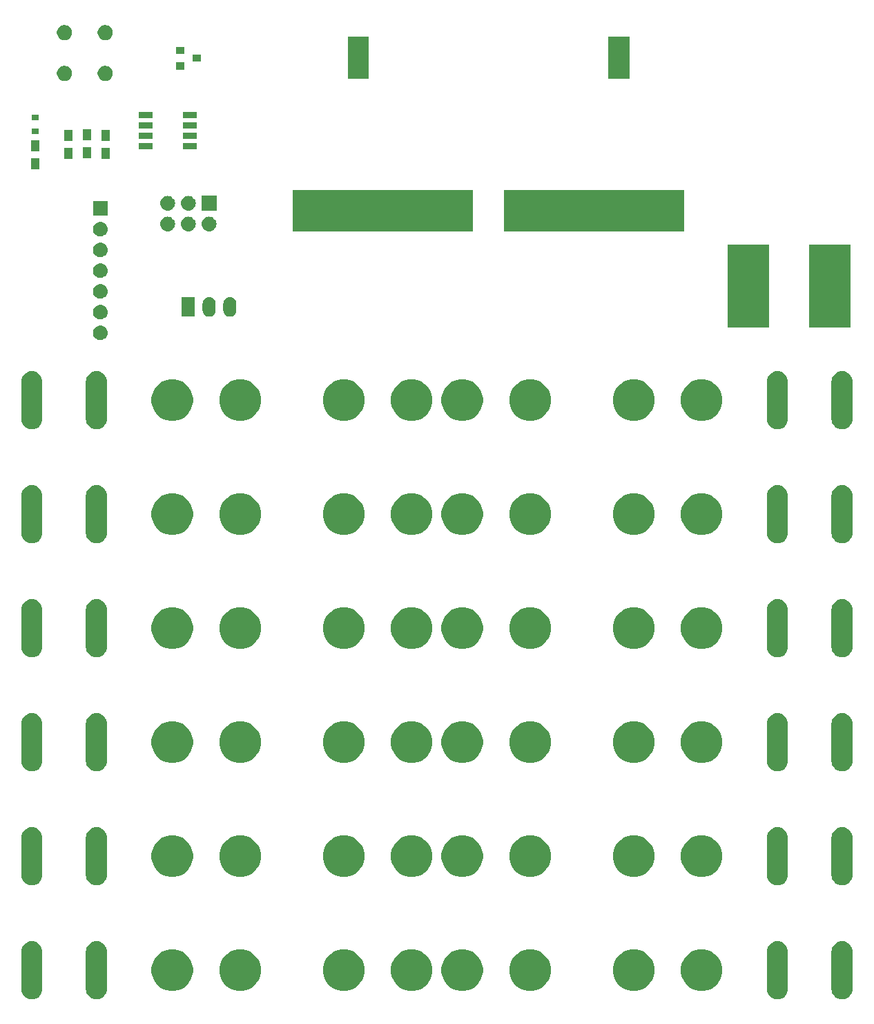
<source format=gts>
G04 #@! TF.GenerationSoftware,KiCad,Pcbnew,(5.0.2)-1*
G04 #@! TF.CreationDate,2019-02-23T14:57:53-07:00*
G04 #@! TF.ProjectId,MinesRobotics_PDB,4d696e65-7352-46f6-926f-746963735f50,rev?*
G04 #@! TF.SameCoordinates,Original*
G04 #@! TF.FileFunction,Soldermask,Top*
G04 #@! TF.FilePolarity,Negative*
%FSLAX46Y46*%
G04 Gerber Fmt 4.6, Leading zero omitted, Abs format (unit mm)*
G04 Created by KiCad (PCBNEW (5.0.2)-1) date 2/23/2019 2:57:53 PM*
%MOMM*%
%LPD*%
G01*
G04 APERTURE LIST*
%ADD10C,0.100000*%
G04 APERTURE END LIST*
D10*
G36*
X48365040Y-157757825D02*
X48610280Y-157832218D01*
X48610282Y-157832219D01*
X48836296Y-157953026D01*
X49034397Y-158115603D01*
X49196974Y-158313704D01*
X49196975Y-158313706D01*
X49317782Y-158539720D01*
X49392175Y-158784960D01*
X49411000Y-158976095D01*
X49411000Y-163603905D01*
X49392175Y-163795040D01*
X49317782Y-164040280D01*
X49196976Y-164266293D01*
X49196974Y-164266295D01*
X49034396Y-164464397D01*
X48836295Y-164626974D01*
X48836293Y-164626975D01*
X48610279Y-164747782D01*
X48365039Y-164822175D01*
X48110000Y-164847294D01*
X47854960Y-164822175D01*
X47609720Y-164747782D01*
X47383706Y-164626975D01*
X47348182Y-164597821D01*
X47185603Y-164464396D01*
X47023026Y-164266295D01*
X46902219Y-164040281D01*
X46902218Y-164040279D01*
X46827825Y-163795039D01*
X46809000Y-163603904D01*
X46809001Y-158976095D01*
X46827826Y-158784960D01*
X46902219Y-158539720D01*
X47023026Y-158313706D01*
X47023027Y-158313704D01*
X47185604Y-158115603D01*
X47383705Y-157953026D01*
X47609719Y-157832219D01*
X47609721Y-157832218D01*
X47854961Y-157757825D01*
X48110000Y-157732706D01*
X48365040Y-157757825D01*
X48365040Y-157757825D01*
G37*
G36*
X147725039Y-157757825D02*
X147970279Y-157832218D01*
X147970281Y-157832219D01*
X148196295Y-157953026D01*
X148394396Y-158115603D01*
X148527821Y-158278182D01*
X148556975Y-158313706D01*
X148677782Y-158539720D01*
X148752175Y-158784960D01*
X148771000Y-158976095D01*
X148771000Y-163603905D01*
X148752175Y-163795040D01*
X148677782Y-164040279D01*
X148677781Y-164040282D01*
X148556974Y-164266296D01*
X148394397Y-164464397D01*
X148196296Y-164626974D01*
X148196294Y-164626975D01*
X147970280Y-164747782D01*
X147725040Y-164822175D01*
X147470000Y-164847294D01*
X147214961Y-164822175D01*
X146969721Y-164747782D01*
X146743707Y-164626975D01*
X146743705Y-164626974D01*
X146545604Y-164464397D01*
X146383027Y-164266296D01*
X146262220Y-164040282D01*
X146262219Y-164040279D01*
X146187826Y-163795040D01*
X146169001Y-163603905D01*
X146169000Y-158976096D01*
X146187825Y-158784961D01*
X146262218Y-158539721D01*
X146383025Y-158313707D01*
X146383026Y-158313705D01*
X146545603Y-158115604D01*
X146743705Y-157953026D01*
X146743704Y-157953026D01*
X146743706Y-157953025D01*
X146969720Y-157832218D01*
X147214960Y-157757825D01*
X147470000Y-157732706D01*
X147725039Y-157757825D01*
X147725039Y-157757825D01*
G37*
G36*
X139805039Y-157757825D02*
X140050279Y-157832218D01*
X140050281Y-157832219D01*
X140276295Y-157953026D01*
X140474396Y-158115603D01*
X140607821Y-158278182D01*
X140636975Y-158313706D01*
X140757782Y-158539720D01*
X140832175Y-158784960D01*
X140851000Y-158976095D01*
X140851000Y-163603905D01*
X140832175Y-163795040D01*
X140757782Y-164040279D01*
X140757781Y-164040282D01*
X140636974Y-164266296D01*
X140474397Y-164464397D01*
X140276296Y-164626974D01*
X140276294Y-164626975D01*
X140050280Y-164747782D01*
X139805040Y-164822175D01*
X139550000Y-164847294D01*
X139294961Y-164822175D01*
X139049721Y-164747782D01*
X138823707Y-164626975D01*
X138823705Y-164626974D01*
X138625604Y-164464397D01*
X138463027Y-164266296D01*
X138342220Y-164040282D01*
X138342219Y-164040279D01*
X138267826Y-163795040D01*
X138249001Y-163603905D01*
X138249000Y-158976096D01*
X138267825Y-158784961D01*
X138342218Y-158539721D01*
X138463025Y-158313707D01*
X138463026Y-158313705D01*
X138625603Y-158115604D01*
X138823705Y-157953026D01*
X138823704Y-157953026D01*
X138823706Y-157953025D01*
X139049720Y-157832218D01*
X139294960Y-157757825D01*
X139550000Y-157732706D01*
X139805039Y-157757825D01*
X139805039Y-157757825D01*
G37*
G36*
X56285040Y-157757825D02*
X56530280Y-157832218D01*
X56530282Y-157832219D01*
X56756296Y-157953026D01*
X56954397Y-158115603D01*
X57116974Y-158313704D01*
X57116975Y-158313706D01*
X57237782Y-158539720D01*
X57312175Y-158784960D01*
X57331000Y-158976095D01*
X57331000Y-163603905D01*
X57312175Y-163795040D01*
X57237782Y-164040280D01*
X57116976Y-164266293D01*
X57116974Y-164266295D01*
X56954396Y-164464397D01*
X56756295Y-164626974D01*
X56756293Y-164626975D01*
X56530279Y-164747782D01*
X56285039Y-164822175D01*
X56030000Y-164847294D01*
X55774960Y-164822175D01*
X55529720Y-164747782D01*
X55303706Y-164626975D01*
X55268182Y-164597821D01*
X55105603Y-164464396D01*
X54943026Y-164266295D01*
X54822219Y-164040281D01*
X54822218Y-164040279D01*
X54747825Y-163795039D01*
X54729000Y-163603904D01*
X54729001Y-158976095D01*
X54747826Y-158784960D01*
X54822219Y-158539720D01*
X54943026Y-158313706D01*
X54943027Y-158313704D01*
X55105604Y-158115603D01*
X55303705Y-157953026D01*
X55529719Y-157832219D01*
X55529721Y-157832218D01*
X55774961Y-157757825D01*
X56030000Y-157732706D01*
X56285040Y-157757825D01*
X56285040Y-157757825D01*
G37*
G36*
X87104096Y-158837033D02*
X87104098Y-158837034D01*
X87104099Y-158837034D01*
X87568352Y-159029333D01*
X87984284Y-159307250D01*
X87986171Y-159308511D01*
X88341489Y-159663829D01*
X88341491Y-159663832D01*
X88620667Y-160081648D01*
X88812966Y-160545901D01*
X88911000Y-161038748D01*
X88911000Y-161541252D01*
X88812966Y-162034099D01*
X88620667Y-162498352D01*
X88342750Y-162914284D01*
X88341489Y-162916171D01*
X87986171Y-163271489D01*
X87986168Y-163271491D01*
X87568352Y-163550667D01*
X87104099Y-163742966D01*
X87104098Y-163742966D01*
X87104096Y-163742967D01*
X86611253Y-163841000D01*
X86108747Y-163841000D01*
X85615904Y-163742967D01*
X85615902Y-163742966D01*
X85615901Y-163742966D01*
X85151648Y-163550667D01*
X84733832Y-163271491D01*
X84733829Y-163271489D01*
X84378511Y-162916171D01*
X84377250Y-162914284D01*
X84099333Y-162498352D01*
X83907034Y-162034099D01*
X83809000Y-161541252D01*
X83809000Y-161038748D01*
X83907034Y-160545901D01*
X84099333Y-160081648D01*
X84378509Y-159663832D01*
X84378511Y-159663829D01*
X84733829Y-159308511D01*
X84735716Y-159307250D01*
X85151648Y-159029333D01*
X85615901Y-158837034D01*
X85615902Y-158837034D01*
X85615904Y-158837033D01*
X86108747Y-158739000D01*
X86611253Y-158739000D01*
X87104096Y-158837033D01*
X87104096Y-158837033D01*
G37*
G36*
X95434096Y-158837033D02*
X95434098Y-158837034D01*
X95434099Y-158837034D01*
X95898352Y-159029333D01*
X96314284Y-159307250D01*
X96316171Y-159308511D01*
X96671489Y-159663829D01*
X96671491Y-159663832D01*
X96950667Y-160081648D01*
X97142966Y-160545901D01*
X97241000Y-161038748D01*
X97241000Y-161541252D01*
X97142966Y-162034099D01*
X96950667Y-162498352D01*
X96672750Y-162914284D01*
X96671489Y-162916171D01*
X96316171Y-163271489D01*
X96316168Y-163271491D01*
X95898352Y-163550667D01*
X95434099Y-163742966D01*
X95434098Y-163742966D01*
X95434096Y-163742967D01*
X94941253Y-163841000D01*
X94438747Y-163841000D01*
X93945904Y-163742967D01*
X93945902Y-163742966D01*
X93945901Y-163742966D01*
X93481648Y-163550667D01*
X93063832Y-163271491D01*
X93063829Y-163271489D01*
X92708511Y-162916171D01*
X92707250Y-162914284D01*
X92429333Y-162498352D01*
X92237034Y-162034099D01*
X92139000Y-161541252D01*
X92139000Y-161038748D01*
X92237034Y-160545901D01*
X92429333Y-160081648D01*
X92708509Y-159663832D01*
X92708511Y-159663829D01*
X93063829Y-159308511D01*
X93065716Y-159307250D01*
X93481648Y-159029333D01*
X93945901Y-158837034D01*
X93945902Y-158837034D01*
X93945904Y-158837033D01*
X94438747Y-158739000D01*
X94941253Y-158739000D01*
X95434096Y-158837033D01*
X95434096Y-158837033D01*
G37*
G36*
X66074096Y-158837033D02*
X66074098Y-158837034D01*
X66074099Y-158837034D01*
X66538352Y-159029333D01*
X66954284Y-159307250D01*
X66956171Y-159308511D01*
X67311489Y-159663829D01*
X67311491Y-159663832D01*
X67590667Y-160081648D01*
X67782966Y-160545901D01*
X67881000Y-161038748D01*
X67881000Y-161541252D01*
X67782966Y-162034099D01*
X67590667Y-162498352D01*
X67312750Y-162914284D01*
X67311489Y-162916171D01*
X66956171Y-163271489D01*
X66956168Y-163271491D01*
X66538352Y-163550667D01*
X66074099Y-163742966D01*
X66074098Y-163742966D01*
X66074096Y-163742967D01*
X65581253Y-163841000D01*
X65078747Y-163841000D01*
X64585904Y-163742967D01*
X64585902Y-163742966D01*
X64585901Y-163742966D01*
X64121648Y-163550667D01*
X63703832Y-163271491D01*
X63703829Y-163271489D01*
X63348511Y-162916171D01*
X63347250Y-162914284D01*
X63069333Y-162498352D01*
X62877034Y-162034099D01*
X62779000Y-161541252D01*
X62779000Y-161038748D01*
X62877034Y-160545901D01*
X63069333Y-160081648D01*
X63348509Y-159663832D01*
X63348511Y-159663829D01*
X63703829Y-159308511D01*
X63705716Y-159307250D01*
X64121648Y-159029333D01*
X64585901Y-158837034D01*
X64585902Y-158837034D01*
X64585904Y-158837033D01*
X65078747Y-158739000D01*
X65581253Y-158739000D01*
X66074096Y-158837033D01*
X66074096Y-158837033D01*
G37*
G36*
X74404096Y-158837033D02*
X74404098Y-158837034D01*
X74404099Y-158837034D01*
X74868352Y-159029333D01*
X75284284Y-159307250D01*
X75286171Y-159308511D01*
X75641489Y-159663829D01*
X75641491Y-159663832D01*
X75920667Y-160081648D01*
X76112966Y-160545901D01*
X76211000Y-161038748D01*
X76211000Y-161541252D01*
X76112966Y-162034099D01*
X75920667Y-162498352D01*
X75642750Y-162914284D01*
X75641489Y-162916171D01*
X75286171Y-163271489D01*
X75286168Y-163271491D01*
X74868352Y-163550667D01*
X74404099Y-163742966D01*
X74404098Y-163742966D01*
X74404096Y-163742967D01*
X73911253Y-163841000D01*
X73408747Y-163841000D01*
X72915904Y-163742967D01*
X72915902Y-163742966D01*
X72915901Y-163742966D01*
X72451648Y-163550667D01*
X72033832Y-163271491D01*
X72033829Y-163271489D01*
X71678511Y-162916171D01*
X71677250Y-162914284D01*
X71399333Y-162498352D01*
X71207034Y-162034099D01*
X71109000Y-161541252D01*
X71109000Y-161038748D01*
X71207034Y-160545901D01*
X71399333Y-160081648D01*
X71678509Y-159663832D01*
X71678511Y-159663829D01*
X72033829Y-159308511D01*
X72035716Y-159307250D01*
X72451648Y-159029333D01*
X72915901Y-158837034D01*
X72915902Y-158837034D01*
X72915904Y-158837033D01*
X73408747Y-158739000D01*
X73911253Y-158739000D01*
X74404096Y-158837033D01*
X74404096Y-158837033D01*
G37*
G36*
X101634096Y-158837033D02*
X101634098Y-158837034D01*
X101634099Y-158837034D01*
X102098352Y-159029333D01*
X102514284Y-159307250D01*
X102516171Y-159308511D01*
X102871489Y-159663829D01*
X102871491Y-159663832D01*
X103150667Y-160081648D01*
X103342966Y-160545901D01*
X103441000Y-161038748D01*
X103441000Y-161541252D01*
X103342966Y-162034099D01*
X103150667Y-162498352D01*
X102872750Y-162914284D01*
X102871489Y-162916171D01*
X102516171Y-163271489D01*
X102516168Y-163271491D01*
X102098352Y-163550667D01*
X101634099Y-163742966D01*
X101634098Y-163742966D01*
X101634096Y-163742967D01*
X101141253Y-163841000D01*
X100638747Y-163841000D01*
X100145904Y-163742967D01*
X100145902Y-163742966D01*
X100145901Y-163742966D01*
X99681648Y-163550667D01*
X99263832Y-163271491D01*
X99263829Y-163271489D01*
X98908511Y-162916171D01*
X98907250Y-162914284D01*
X98629333Y-162498352D01*
X98437034Y-162034099D01*
X98339000Y-161541252D01*
X98339000Y-161038748D01*
X98437034Y-160545901D01*
X98629333Y-160081648D01*
X98908509Y-159663832D01*
X98908511Y-159663829D01*
X99263829Y-159308511D01*
X99265716Y-159307250D01*
X99681648Y-159029333D01*
X100145901Y-158837034D01*
X100145902Y-158837034D01*
X100145904Y-158837033D01*
X100638747Y-158739000D01*
X101141253Y-158739000D01*
X101634096Y-158837033D01*
X101634096Y-158837033D01*
G37*
G36*
X109964096Y-158837033D02*
X109964098Y-158837034D01*
X109964099Y-158837034D01*
X110428352Y-159029333D01*
X110844284Y-159307250D01*
X110846171Y-159308511D01*
X111201489Y-159663829D01*
X111201491Y-159663832D01*
X111480667Y-160081648D01*
X111672966Y-160545901D01*
X111771000Y-161038748D01*
X111771000Y-161541252D01*
X111672966Y-162034099D01*
X111480667Y-162498352D01*
X111202750Y-162914284D01*
X111201489Y-162916171D01*
X110846171Y-163271489D01*
X110846168Y-163271491D01*
X110428352Y-163550667D01*
X109964099Y-163742966D01*
X109964098Y-163742966D01*
X109964096Y-163742967D01*
X109471253Y-163841000D01*
X108968747Y-163841000D01*
X108475904Y-163742967D01*
X108475902Y-163742966D01*
X108475901Y-163742966D01*
X108011648Y-163550667D01*
X107593832Y-163271491D01*
X107593829Y-163271489D01*
X107238511Y-162916171D01*
X107237250Y-162914284D01*
X106959333Y-162498352D01*
X106767034Y-162034099D01*
X106669000Y-161541252D01*
X106669000Y-161038748D01*
X106767034Y-160545901D01*
X106959333Y-160081648D01*
X107238509Y-159663832D01*
X107238511Y-159663829D01*
X107593829Y-159308511D01*
X107595716Y-159307250D01*
X108011648Y-159029333D01*
X108475901Y-158837034D01*
X108475902Y-158837034D01*
X108475904Y-158837033D01*
X108968747Y-158739000D01*
X109471253Y-158739000D01*
X109964096Y-158837033D01*
X109964096Y-158837033D01*
G37*
G36*
X122664096Y-158837033D02*
X122664098Y-158837034D01*
X122664099Y-158837034D01*
X123128352Y-159029333D01*
X123544284Y-159307250D01*
X123546171Y-159308511D01*
X123901489Y-159663829D01*
X123901491Y-159663832D01*
X124180667Y-160081648D01*
X124372966Y-160545901D01*
X124471000Y-161038748D01*
X124471000Y-161541252D01*
X124372966Y-162034099D01*
X124180667Y-162498352D01*
X123902750Y-162914284D01*
X123901489Y-162916171D01*
X123546171Y-163271489D01*
X123546168Y-163271491D01*
X123128352Y-163550667D01*
X122664099Y-163742966D01*
X122664098Y-163742966D01*
X122664096Y-163742967D01*
X122171253Y-163841000D01*
X121668747Y-163841000D01*
X121175904Y-163742967D01*
X121175902Y-163742966D01*
X121175901Y-163742966D01*
X120711648Y-163550667D01*
X120293832Y-163271491D01*
X120293829Y-163271489D01*
X119938511Y-162916171D01*
X119937250Y-162914284D01*
X119659333Y-162498352D01*
X119467034Y-162034099D01*
X119369000Y-161541252D01*
X119369000Y-161038748D01*
X119467034Y-160545901D01*
X119659333Y-160081648D01*
X119938509Y-159663832D01*
X119938511Y-159663829D01*
X120293829Y-159308511D01*
X120295716Y-159307250D01*
X120711648Y-159029333D01*
X121175901Y-158837034D01*
X121175902Y-158837034D01*
X121175904Y-158837033D01*
X121668747Y-158739000D01*
X122171253Y-158739000D01*
X122664096Y-158837033D01*
X122664096Y-158837033D01*
G37*
G36*
X130994096Y-158837033D02*
X130994098Y-158837034D01*
X130994099Y-158837034D01*
X131458352Y-159029333D01*
X131874284Y-159307250D01*
X131876171Y-159308511D01*
X132231489Y-159663829D01*
X132231491Y-159663832D01*
X132510667Y-160081648D01*
X132702966Y-160545901D01*
X132801000Y-161038748D01*
X132801000Y-161541252D01*
X132702966Y-162034099D01*
X132510667Y-162498352D01*
X132232750Y-162914284D01*
X132231489Y-162916171D01*
X131876171Y-163271489D01*
X131876168Y-163271491D01*
X131458352Y-163550667D01*
X130994099Y-163742966D01*
X130994098Y-163742966D01*
X130994096Y-163742967D01*
X130501253Y-163841000D01*
X129998747Y-163841000D01*
X129505904Y-163742967D01*
X129505902Y-163742966D01*
X129505901Y-163742966D01*
X129041648Y-163550667D01*
X128623832Y-163271491D01*
X128623829Y-163271489D01*
X128268511Y-162916171D01*
X128267250Y-162914284D01*
X127989333Y-162498352D01*
X127797034Y-162034099D01*
X127699000Y-161541252D01*
X127699000Y-161038748D01*
X127797034Y-160545901D01*
X127989333Y-160081648D01*
X128268509Y-159663832D01*
X128268511Y-159663829D01*
X128623829Y-159308511D01*
X128625716Y-159307250D01*
X129041648Y-159029333D01*
X129505901Y-158837034D01*
X129505902Y-158837034D01*
X129505904Y-158837033D01*
X129998747Y-158739000D01*
X130501253Y-158739000D01*
X130994096Y-158837033D01*
X130994096Y-158837033D01*
G37*
G36*
X147725039Y-143787825D02*
X147970279Y-143862218D01*
X147970281Y-143862219D01*
X148196295Y-143983026D01*
X148394396Y-144145603D01*
X148527821Y-144308182D01*
X148556975Y-144343706D01*
X148677782Y-144569720D01*
X148752175Y-144814960D01*
X148771000Y-145006095D01*
X148771000Y-149633905D01*
X148752175Y-149825040D01*
X148677782Y-150070279D01*
X148677781Y-150070282D01*
X148556974Y-150296296D01*
X148394397Y-150494397D01*
X148196296Y-150656974D01*
X148196294Y-150656975D01*
X147970280Y-150777782D01*
X147725040Y-150852175D01*
X147470000Y-150877294D01*
X147214961Y-150852175D01*
X146969721Y-150777782D01*
X146743707Y-150656975D01*
X146743705Y-150656974D01*
X146545604Y-150494397D01*
X146383027Y-150296296D01*
X146262220Y-150070282D01*
X146262219Y-150070279D01*
X146187826Y-149825040D01*
X146169001Y-149633905D01*
X146169000Y-145006096D01*
X146187825Y-144814961D01*
X146262218Y-144569721D01*
X146383025Y-144343707D01*
X146383026Y-144343705D01*
X146545603Y-144145604D01*
X146743705Y-143983026D01*
X146743704Y-143983026D01*
X146743706Y-143983025D01*
X146969720Y-143862218D01*
X147214960Y-143787825D01*
X147470000Y-143762706D01*
X147725039Y-143787825D01*
X147725039Y-143787825D01*
G37*
G36*
X48365040Y-143787825D02*
X48610280Y-143862218D01*
X48610282Y-143862219D01*
X48836296Y-143983026D01*
X49034397Y-144145603D01*
X49196974Y-144343704D01*
X49196975Y-144343706D01*
X49317782Y-144569720D01*
X49392175Y-144814960D01*
X49411000Y-145006095D01*
X49411000Y-149633905D01*
X49392175Y-149825040D01*
X49317782Y-150070280D01*
X49196976Y-150296293D01*
X49196974Y-150296295D01*
X49034396Y-150494397D01*
X48836295Y-150656974D01*
X48836293Y-150656975D01*
X48610279Y-150777782D01*
X48365039Y-150852175D01*
X48110000Y-150877294D01*
X47854960Y-150852175D01*
X47609720Y-150777782D01*
X47383706Y-150656975D01*
X47348182Y-150627821D01*
X47185603Y-150494396D01*
X47023026Y-150296295D01*
X46902219Y-150070281D01*
X46902218Y-150070279D01*
X46827825Y-149825039D01*
X46809000Y-149633904D01*
X46809001Y-145006095D01*
X46827826Y-144814960D01*
X46902219Y-144569720D01*
X47023026Y-144343706D01*
X47023027Y-144343704D01*
X47185604Y-144145603D01*
X47383705Y-143983026D01*
X47609719Y-143862219D01*
X47609721Y-143862218D01*
X47854961Y-143787825D01*
X48110000Y-143762706D01*
X48365040Y-143787825D01*
X48365040Y-143787825D01*
G37*
G36*
X56285040Y-143787825D02*
X56530280Y-143862218D01*
X56530282Y-143862219D01*
X56756296Y-143983026D01*
X56954397Y-144145603D01*
X57116974Y-144343704D01*
X57116975Y-144343706D01*
X57237782Y-144569720D01*
X57312175Y-144814960D01*
X57331000Y-145006095D01*
X57331000Y-149633905D01*
X57312175Y-149825040D01*
X57237782Y-150070280D01*
X57116976Y-150296293D01*
X57116974Y-150296295D01*
X56954396Y-150494397D01*
X56756295Y-150656974D01*
X56756293Y-150656975D01*
X56530279Y-150777782D01*
X56285039Y-150852175D01*
X56030000Y-150877294D01*
X55774960Y-150852175D01*
X55529720Y-150777782D01*
X55303706Y-150656975D01*
X55268182Y-150627821D01*
X55105603Y-150494396D01*
X54943026Y-150296295D01*
X54822219Y-150070281D01*
X54822218Y-150070279D01*
X54747825Y-149825039D01*
X54729000Y-149633904D01*
X54729001Y-145006095D01*
X54747826Y-144814960D01*
X54822219Y-144569720D01*
X54943026Y-144343706D01*
X54943027Y-144343704D01*
X55105604Y-144145603D01*
X55303705Y-143983026D01*
X55529719Y-143862219D01*
X55529721Y-143862218D01*
X55774961Y-143787825D01*
X56030000Y-143762706D01*
X56285040Y-143787825D01*
X56285040Y-143787825D01*
G37*
G36*
X139805039Y-143787825D02*
X140050279Y-143862218D01*
X140050281Y-143862219D01*
X140276295Y-143983026D01*
X140474396Y-144145603D01*
X140607821Y-144308182D01*
X140636975Y-144343706D01*
X140757782Y-144569720D01*
X140832175Y-144814960D01*
X140851000Y-145006095D01*
X140851000Y-149633905D01*
X140832175Y-149825040D01*
X140757782Y-150070279D01*
X140757781Y-150070282D01*
X140636974Y-150296296D01*
X140474397Y-150494397D01*
X140276296Y-150656974D01*
X140276294Y-150656975D01*
X140050280Y-150777782D01*
X139805040Y-150852175D01*
X139550000Y-150877294D01*
X139294961Y-150852175D01*
X139049721Y-150777782D01*
X138823707Y-150656975D01*
X138823705Y-150656974D01*
X138625604Y-150494397D01*
X138463027Y-150296296D01*
X138342220Y-150070282D01*
X138342219Y-150070279D01*
X138267826Y-149825040D01*
X138249001Y-149633905D01*
X138249000Y-145006096D01*
X138267825Y-144814961D01*
X138342218Y-144569721D01*
X138463025Y-144343707D01*
X138463026Y-144343705D01*
X138625603Y-144145604D01*
X138823705Y-143983026D01*
X138823704Y-143983026D01*
X138823706Y-143983025D01*
X139049720Y-143862218D01*
X139294960Y-143787825D01*
X139550000Y-143762706D01*
X139805039Y-143787825D01*
X139805039Y-143787825D01*
G37*
G36*
X87104096Y-144867033D02*
X87104098Y-144867034D01*
X87104099Y-144867034D01*
X87568352Y-145059333D01*
X87984284Y-145337250D01*
X87986171Y-145338511D01*
X88341489Y-145693829D01*
X88341491Y-145693832D01*
X88620667Y-146111648D01*
X88812966Y-146575901D01*
X88911000Y-147068748D01*
X88911000Y-147571252D01*
X88812966Y-148064099D01*
X88620667Y-148528352D01*
X88342750Y-148944284D01*
X88341489Y-148946171D01*
X87986171Y-149301489D01*
X87986168Y-149301491D01*
X87568352Y-149580667D01*
X87104099Y-149772966D01*
X87104098Y-149772966D01*
X87104096Y-149772967D01*
X86611253Y-149871000D01*
X86108747Y-149871000D01*
X85615904Y-149772967D01*
X85615902Y-149772966D01*
X85615901Y-149772966D01*
X85151648Y-149580667D01*
X84733832Y-149301491D01*
X84733829Y-149301489D01*
X84378511Y-148946171D01*
X84377250Y-148944284D01*
X84099333Y-148528352D01*
X83907034Y-148064099D01*
X83809000Y-147571252D01*
X83809000Y-147068748D01*
X83907034Y-146575901D01*
X84099333Y-146111648D01*
X84378509Y-145693832D01*
X84378511Y-145693829D01*
X84733829Y-145338511D01*
X84735716Y-145337250D01*
X85151648Y-145059333D01*
X85615901Y-144867034D01*
X85615902Y-144867034D01*
X85615904Y-144867033D01*
X86108747Y-144769000D01*
X86611253Y-144769000D01*
X87104096Y-144867033D01*
X87104096Y-144867033D01*
G37*
G36*
X122664096Y-144867033D02*
X122664098Y-144867034D01*
X122664099Y-144867034D01*
X123128352Y-145059333D01*
X123544284Y-145337250D01*
X123546171Y-145338511D01*
X123901489Y-145693829D01*
X123901491Y-145693832D01*
X124180667Y-146111648D01*
X124372966Y-146575901D01*
X124471000Y-147068748D01*
X124471000Y-147571252D01*
X124372966Y-148064099D01*
X124180667Y-148528352D01*
X123902750Y-148944284D01*
X123901489Y-148946171D01*
X123546171Y-149301489D01*
X123546168Y-149301491D01*
X123128352Y-149580667D01*
X122664099Y-149772966D01*
X122664098Y-149772966D01*
X122664096Y-149772967D01*
X122171253Y-149871000D01*
X121668747Y-149871000D01*
X121175904Y-149772967D01*
X121175902Y-149772966D01*
X121175901Y-149772966D01*
X120711648Y-149580667D01*
X120293832Y-149301491D01*
X120293829Y-149301489D01*
X119938511Y-148946171D01*
X119937250Y-148944284D01*
X119659333Y-148528352D01*
X119467034Y-148064099D01*
X119369000Y-147571252D01*
X119369000Y-147068748D01*
X119467034Y-146575901D01*
X119659333Y-146111648D01*
X119938509Y-145693832D01*
X119938511Y-145693829D01*
X120293829Y-145338511D01*
X120295716Y-145337250D01*
X120711648Y-145059333D01*
X121175901Y-144867034D01*
X121175902Y-144867034D01*
X121175904Y-144867033D01*
X121668747Y-144769000D01*
X122171253Y-144769000D01*
X122664096Y-144867033D01*
X122664096Y-144867033D01*
G37*
G36*
X130994096Y-144867033D02*
X130994098Y-144867034D01*
X130994099Y-144867034D01*
X131458352Y-145059333D01*
X131874284Y-145337250D01*
X131876171Y-145338511D01*
X132231489Y-145693829D01*
X132231491Y-145693832D01*
X132510667Y-146111648D01*
X132702966Y-146575901D01*
X132801000Y-147068748D01*
X132801000Y-147571252D01*
X132702966Y-148064099D01*
X132510667Y-148528352D01*
X132232750Y-148944284D01*
X132231489Y-148946171D01*
X131876171Y-149301489D01*
X131876168Y-149301491D01*
X131458352Y-149580667D01*
X130994099Y-149772966D01*
X130994098Y-149772966D01*
X130994096Y-149772967D01*
X130501253Y-149871000D01*
X129998747Y-149871000D01*
X129505904Y-149772967D01*
X129505902Y-149772966D01*
X129505901Y-149772966D01*
X129041648Y-149580667D01*
X128623832Y-149301491D01*
X128623829Y-149301489D01*
X128268511Y-148946171D01*
X128267250Y-148944284D01*
X127989333Y-148528352D01*
X127797034Y-148064099D01*
X127699000Y-147571252D01*
X127699000Y-147068748D01*
X127797034Y-146575901D01*
X127989333Y-146111648D01*
X128268509Y-145693832D01*
X128268511Y-145693829D01*
X128623829Y-145338511D01*
X128625716Y-145337250D01*
X129041648Y-145059333D01*
X129505901Y-144867034D01*
X129505902Y-144867034D01*
X129505904Y-144867033D01*
X129998747Y-144769000D01*
X130501253Y-144769000D01*
X130994096Y-144867033D01*
X130994096Y-144867033D01*
G37*
G36*
X109964096Y-144867033D02*
X109964098Y-144867034D01*
X109964099Y-144867034D01*
X110428352Y-145059333D01*
X110844284Y-145337250D01*
X110846171Y-145338511D01*
X111201489Y-145693829D01*
X111201491Y-145693832D01*
X111480667Y-146111648D01*
X111672966Y-146575901D01*
X111771000Y-147068748D01*
X111771000Y-147571252D01*
X111672966Y-148064099D01*
X111480667Y-148528352D01*
X111202750Y-148944284D01*
X111201489Y-148946171D01*
X110846171Y-149301489D01*
X110846168Y-149301491D01*
X110428352Y-149580667D01*
X109964099Y-149772966D01*
X109964098Y-149772966D01*
X109964096Y-149772967D01*
X109471253Y-149871000D01*
X108968747Y-149871000D01*
X108475904Y-149772967D01*
X108475902Y-149772966D01*
X108475901Y-149772966D01*
X108011648Y-149580667D01*
X107593832Y-149301491D01*
X107593829Y-149301489D01*
X107238511Y-148946171D01*
X107237250Y-148944284D01*
X106959333Y-148528352D01*
X106767034Y-148064099D01*
X106669000Y-147571252D01*
X106669000Y-147068748D01*
X106767034Y-146575901D01*
X106959333Y-146111648D01*
X107238509Y-145693832D01*
X107238511Y-145693829D01*
X107593829Y-145338511D01*
X107595716Y-145337250D01*
X108011648Y-145059333D01*
X108475901Y-144867034D01*
X108475902Y-144867034D01*
X108475904Y-144867033D01*
X108968747Y-144769000D01*
X109471253Y-144769000D01*
X109964096Y-144867033D01*
X109964096Y-144867033D01*
G37*
G36*
X74404096Y-144867033D02*
X74404098Y-144867034D01*
X74404099Y-144867034D01*
X74868352Y-145059333D01*
X75284284Y-145337250D01*
X75286171Y-145338511D01*
X75641489Y-145693829D01*
X75641491Y-145693832D01*
X75920667Y-146111648D01*
X76112966Y-146575901D01*
X76211000Y-147068748D01*
X76211000Y-147571252D01*
X76112966Y-148064099D01*
X75920667Y-148528352D01*
X75642750Y-148944284D01*
X75641489Y-148946171D01*
X75286171Y-149301489D01*
X75286168Y-149301491D01*
X74868352Y-149580667D01*
X74404099Y-149772966D01*
X74404098Y-149772966D01*
X74404096Y-149772967D01*
X73911253Y-149871000D01*
X73408747Y-149871000D01*
X72915904Y-149772967D01*
X72915902Y-149772966D01*
X72915901Y-149772966D01*
X72451648Y-149580667D01*
X72033832Y-149301491D01*
X72033829Y-149301489D01*
X71678511Y-148946171D01*
X71677250Y-148944284D01*
X71399333Y-148528352D01*
X71207034Y-148064099D01*
X71109000Y-147571252D01*
X71109000Y-147068748D01*
X71207034Y-146575901D01*
X71399333Y-146111648D01*
X71678509Y-145693832D01*
X71678511Y-145693829D01*
X72033829Y-145338511D01*
X72035716Y-145337250D01*
X72451648Y-145059333D01*
X72915901Y-144867034D01*
X72915902Y-144867034D01*
X72915904Y-144867033D01*
X73408747Y-144769000D01*
X73911253Y-144769000D01*
X74404096Y-144867033D01*
X74404096Y-144867033D01*
G37*
G36*
X66074096Y-144867033D02*
X66074098Y-144867034D01*
X66074099Y-144867034D01*
X66538352Y-145059333D01*
X66954284Y-145337250D01*
X66956171Y-145338511D01*
X67311489Y-145693829D01*
X67311491Y-145693832D01*
X67590667Y-146111648D01*
X67782966Y-146575901D01*
X67881000Y-147068748D01*
X67881000Y-147571252D01*
X67782966Y-148064099D01*
X67590667Y-148528352D01*
X67312750Y-148944284D01*
X67311489Y-148946171D01*
X66956171Y-149301489D01*
X66956168Y-149301491D01*
X66538352Y-149580667D01*
X66074099Y-149772966D01*
X66074098Y-149772966D01*
X66074096Y-149772967D01*
X65581253Y-149871000D01*
X65078747Y-149871000D01*
X64585904Y-149772967D01*
X64585902Y-149772966D01*
X64585901Y-149772966D01*
X64121648Y-149580667D01*
X63703832Y-149301491D01*
X63703829Y-149301489D01*
X63348511Y-148946171D01*
X63347250Y-148944284D01*
X63069333Y-148528352D01*
X62877034Y-148064099D01*
X62779000Y-147571252D01*
X62779000Y-147068748D01*
X62877034Y-146575901D01*
X63069333Y-146111648D01*
X63348509Y-145693832D01*
X63348511Y-145693829D01*
X63703829Y-145338511D01*
X63705716Y-145337250D01*
X64121648Y-145059333D01*
X64585901Y-144867034D01*
X64585902Y-144867034D01*
X64585904Y-144867033D01*
X65078747Y-144769000D01*
X65581253Y-144769000D01*
X66074096Y-144867033D01*
X66074096Y-144867033D01*
G37*
G36*
X95434096Y-144867033D02*
X95434098Y-144867034D01*
X95434099Y-144867034D01*
X95898352Y-145059333D01*
X96314284Y-145337250D01*
X96316171Y-145338511D01*
X96671489Y-145693829D01*
X96671491Y-145693832D01*
X96950667Y-146111648D01*
X97142966Y-146575901D01*
X97241000Y-147068748D01*
X97241000Y-147571252D01*
X97142966Y-148064099D01*
X96950667Y-148528352D01*
X96672750Y-148944284D01*
X96671489Y-148946171D01*
X96316171Y-149301489D01*
X96316168Y-149301491D01*
X95898352Y-149580667D01*
X95434099Y-149772966D01*
X95434098Y-149772966D01*
X95434096Y-149772967D01*
X94941253Y-149871000D01*
X94438747Y-149871000D01*
X93945904Y-149772967D01*
X93945902Y-149772966D01*
X93945901Y-149772966D01*
X93481648Y-149580667D01*
X93063832Y-149301491D01*
X93063829Y-149301489D01*
X92708511Y-148946171D01*
X92707250Y-148944284D01*
X92429333Y-148528352D01*
X92237034Y-148064099D01*
X92139000Y-147571252D01*
X92139000Y-147068748D01*
X92237034Y-146575901D01*
X92429333Y-146111648D01*
X92708509Y-145693832D01*
X92708511Y-145693829D01*
X93063829Y-145338511D01*
X93065716Y-145337250D01*
X93481648Y-145059333D01*
X93945901Y-144867034D01*
X93945902Y-144867034D01*
X93945904Y-144867033D01*
X94438747Y-144769000D01*
X94941253Y-144769000D01*
X95434096Y-144867033D01*
X95434096Y-144867033D01*
G37*
G36*
X101634096Y-144867033D02*
X101634098Y-144867034D01*
X101634099Y-144867034D01*
X102098352Y-145059333D01*
X102514284Y-145337250D01*
X102516171Y-145338511D01*
X102871489Y-145693829D01*
X102871491Y-145693832D01*
X103150667Y-146111648D01*
X103342966Y-146575901D01*
X103441000Y-147068748D01*
X103441000Y-147571252D01*
X103342966Y-148064099D01*
X103150667Y-148528352D01*
X102872750Y-148944284D01*
X102871489Y-148946171D01*
X102516171Y-149301489D01*
X102516168Y-149301491D01*
X102098352Y-149580667D01*
X101634099Y-149772966D01*
X101634098Y-149772966D01*
X101634096Y-149772967D01*
X101141253Y-149871000D01*
X100638747Y-149871000D01*
X100145904Y-149772967D01*
X100145902Y-149772966D01*
X100145901Y-149772966D01*
X99681648Y-149580667D01*
X99263832Y-149301491D01*
X99263829Y-149301489D01*
X98908511Y-148946171D01*
X98907250Y-148944284D01*
X98629333Y-148528352D01*
X98437034Y-148064099D01*
X98339000Y-147571252D01*
X98339000Y-147068748D01*
X98437034Y-146575901D01*
X98629333Y-146111648D01*
X98908509Y-145693832D01*
X98908511Y-145693829D01*
X99263829Y-145338511D01*
X99265716Y-145337250D01*
X99681648Y-145059333D01*
X100145901Y-144867034D01*
X100145902Y-144867034D01*
X100145904Y-144867033D01*
X100638747Y-144769000D01*
X101141253Y-144769000D01*
X101634096Y-144867033D01*
X101634096Y-144867033D01*
G37*
G36*
X147725039Y-129817825D02*
X147970279Y-129892218D01*
X147970281Y-129892219D01*
X148196295Y-130013026D01*
X148394396Y-130175603D01*
X148527821Y-130338182D01*
X148556975Y-130373706D01*
X148677782Y-130599720D01*
X148752175Y-130844960D01*
X148771000Y-131036095D01*
X148771000Y-135663905D01*
X148752175Y-135855040D01*
X148677782Y-136100279D01*
X148677781Y-136100282D01*
X148556974Y-136326296D01*
X148394397Y-136524397D01*
X148196296Y-136686974D01*
X148196294Y-136686975D01*
X147970280Y-136807782D01*
X147725040Y-136882175D01*
X147470000Y-136907294D01*
X147214961Y-136882175D01*
X146969721Y-136807782D01*
X146743707Y-136686975D01*
X146743705Y-136686974D01*
X146545604Y-136524397D01*
X146383027Y-136326296D01*
X146262220Y-136100282D01*
X146262219Y-136100279D01*
X146187826Y-135855040D01*
X146169001Y-135663905D01*
X146169000Y-131036096D01*
X146187825Y-130844961D01*
X146262218Y-130599721D01*
X146383025Y-130373707D01*
X146383026Y-130373705D01*
X146545603Y-130175604D01*
X146743705Y-130013026D01*
X146743704Y-130013026D01*
X146743706Y-130013025D01*
X146969720Y-129892218D01*
X147214960Y-129817825D01*
X147470000Y-129792706D01*
X147725039Y-129817825D01*
X147725039Y-129817825D01*
G37*
G36*
X48365040Y-129817825D02*
X48610280Y-129892218D01*
X48610282Y-129892219D01*
X48836296Y-130013026D01*
X49034397Y-130175603D01*
X49196974Y-130373704D01*
X49196975Y-130373706D01*
X49317782Y-130599720D01*
X49392175Y-130844960D01*
X49411000Y-131036095D01*
X49411000Y-135663905D01*
X49392175Y-135855040D01*
X49317782Y-136100280D01*
X49196976Y-136326293D01*
X49196974Y-136326295D01*
X49034396Y-136524397D01*
X48836295Y-136686974D01*
X48836293Y-136686975D01*
X48610279Y-136807782D01*
X48365039Y-136882175D01*
X48110000Y-136907294D01*
X47854960Y-136882175D01*
X47609720Y-136807782D01*
X47383706Y-136686975D01*
X47348182Y-136657821D01*
X47185603Y-136524396D01*
X47023026Y-136326295D01*
X46902219Y-136100281D01*
X46902218Y-136100279D01*
X46827825Y-135855039D01*
X46809000Y-135663904D01*
X46809001Y-131036095D01*
X46827826Y-130844960D01*
X46902219Y-130599720D01*
X47023026Y-130373706D01*
X47023027Y-130373704D01*
X47185604Y-130175603D01*
X47383705Y-130013026D01*
X47609719Y-129892219D01*
X47609721Y-129892218D01*
X47854961Y-129817825D01*
X48110000Y-129792706D01*
X48365040Y-129817825D01*
X48365040Y-129817825D01*
G37*
G36*
X56285040Y-129817825D02*
X56530280Y-129892218D01*
X56530282Y-129892219D01*
X56756296Y-130013026D01*
X56954397Y-130175603D01*
X57116974Y-130373704D01*
X57116975Y-130373706D01*
X57237782Y-130599720D01*
X57312175Y-130844960D01*
X57331000Y-131036095D01*
X57331000Y-135663905D01*
X57312175Y-135855040D01*
X57237782Y-136100280D01*
X57116976Y-136326293D01*
X57116974Y-136326295D01*
X56954396Y-136524397D01*
X56756295Y-136686974D01*
X56756293Y-136686975D01*
X56530279Y-136807782D01*
X56285039Y-136882175D01*
X56030000Y-136907294D01*
X55774960Y-136882175D01*
X55529720Y-136807782D01*
X55303706Y-136686975D01*
X55268182Y-136657821D01*
X55105603Y-136524396D01*
X54943026Y-136326295D01*
X54822219Y-136100281D01*
X54822218Y-136100279D01*
X54747825Y-135855039D01*
X54729000Y-135663904D01*
X54729001Y-131036095D01*
X54747826Y-130844960D01*
X54822219Y-130599720D01*
X54943026Y-130373706D01*
X54943027Y-130373704D01*
X55105604Y-130175603D01*
X55303705Y-130013026D01*
X55529719Y-129892219D01*
X55529721Y-129892218D01*
X55774961Y-129817825D01*
X56030000Y-129792706D01*
X56285040Y-129817825D01*
X56285040Y-129817825D01*
G37*
G36*
X139805039Y-129817825D02*
X140050279Y-129892218D01*
X140050281Y-129892219D01*
X140276295Y-130013026D01*
X140474396Y-130175603D01*
X140607821Y-130338182D01*
X140636975Y-130373706D01*
X140757782Y-130599720D01*
X140832175Y-130844960D01*
X140851000Y-131036095D01*
X140851000Y-135663905D01*
X140832175Y-135855040D01*
X140757782Y-136100279D01*
X140757781Y-136100282D01*
X140636974Y-136326296D01*
X140474397Y-136524397D01*
X140276296Y-136686974D01*
X140276294Y-136686975D01*
X140050280Y-136807782D01*
X139805040Y-136882175D01*
X139550000Y-136907294D01*
X139294961Y-136882175D01*
X139049721Y-136807782D01*
X138823707Y-136686975D01*
X138823705Y-136686974D01*
X138625604Y-136524397D01*
X138463027Y-136326296D01*
X138342220Y-136100282D01*
X138342219Y-136100279D01*
X138267826Y-135855040D01*
X138249001Y-135663905D01*
X138249000Y-131036096D01*
X138267825Y-130844961D01*
X138342218Y-130599721D01*
X138463025Y-130373707D01*
X138463026Y-130373705D01*
X138625603Y-130175604D01*
X138823705Y-130013026D01*
X138823704Y-130013026D01*
X138823706Y-130013025D01*
X139049720Y-129892218D01*
X139294960Y-129817825D01*
X139550000Y-129792706D01*
X139805039Y-129817825D01*
X139805039Y-129817825D01*
G37*
G36*
X122664096Y-130897033D02*
X122664098Y-130897034D01*
X122664099Y-130897034D01*
X123128352Y-131089333D01*
X123544284Y-131367250D01*
X123546171Y-131368511D01*
X123901489Y-131723829D01*
X123901491Y-131723832D01*
X124180667Y-132141648D01*
X124372966Y-132605901D01*
X124471000Y-133098748D01*
X124471000Y-133601252D01*
X124372966Y-134094099D01*
X124180667Y-134558352D01*
X123902750Y-134974284D01*
X123901489Y-134976171D01*
X123546171Y-135331489D01*
X123546168Y-135331491D01*
X123128352Y-135610667D01*
X122664099Y-135802966D01*
X122664098Y-135802966D01*
X122664096Y-135802967D01*
X122171253Y-135901000D01*
X121668747Y-135901000D01*
X121175904Y-135802967D01*
X121175902Y-135802966D01*
X121175901Y-135802966D01*
X120711648Y-135610667D01*
X120293832Y-135331491D01*
X120293829Y-135331489D01*
X119938511Y-134976171D01*
X119937250Y-134974284D01*
X119659333Y-134558352D01*
X119467034Y-134094099D01*
X119369000Y-133601252D01*
X119369000Y-133098748D01*
X119467034Y-132605901D01*
X119659333Y-132141648D01*
X119938509Y-131723832D01*
X119938511Y-131723829D01*
X120293829Y-131368511D01*
X120295716Y-131367250D01*
X120711648Y-131089333D01*
X121175901Y-130897034D01*
X121175902Y-130897034D01*
X121175904Y-130897033D01*
X121668747Y-130799000D01*
X122171253Y-130799000D01*
X122664096Y-130897033D01*
X122664096Y-130897033D01*
G37*
G36*
X74404096Y-130897033D02*
X74404098Y-130897034D01*
X74404099Y-130897034D01*
X74868352Y-131089333D01*
X75284284Y-131367250D01*
X75286171Y-131368511D01*
X75641489Y-131723829D01*
X75641491Y-131723832D01*
X75920667Y-132141648D01*
X76112966Y-132605901D01*
X76211000Y-133098748D01*
X76211000Y-133601252D01*
X76112966Y-134094099D01*
X75920667Y-134558352D01*
X75642750Y-134974284D01*
X75641489Y-134976171D01*
X75286171Y-135331489D01*
X75286168Y-135331491D01*
X74868352Y-135610667D01*
X74404099Y-135802966D01*
X74404098Y-135802966D01*
X74404096Y-135802967D01*
X73911253Y-135901000D01*
X73408747Y-135901000D01*
X72915904Y-135802967D01*
X72915902Y-135802966D01*
X72915901Y-135802966D01*
X72451648Y-135610667D01*
X72033832Y-135331491D01*
X72033829Y-135331489D01*
X71678511Y-134976171D01*
X71677250Y-134974284D01*
X71399333Y-134558352D01*
X71207034Y-134094099D01*
X71109000Y-133601252D01*
X71109000Y-133098748D01*
X71207034Y-132605901D01*
X71399333Y-132141648D01*
X71678509Y-131723832D01*
X71678511Y-131723829D01*
X72033829Y-131368511D01*
X72035716Y-131367250D01*
X72451648Y-131089333D01*
X72915901Y-130897034D01*
X72915902Y-130897034D01*
X72915904Y-130897033D01*
X73408747Y-130799000D01*
X73911253Y-130799000D01*
X74404096Y-130897033D01*
X74404096Y-130897033D01*
G37*
G36*
X66074096Y-130897033D02*
X66074098Y-130897034D01*
X66074099Y-130897034D01*
X66538352Y-131089333D01*
X66954284Y-131367250D01*
X66956171Y-131368511D01*
X67311489Y-131723829D01*
X67311491Y-131723832D01*
X67590667Y-132141648D01*
X67782966Y-132605901D01*
X67881000Y-133098748D01*
X67881000Y-133601252D01*
X67782966Y-134094099D01*
X67590667Y-134558352D01*
X67312750Y-134974284D01*
X67311489Y-134976171D01*
X66956171Y-135331489D01*
X66956168Y-135331491D01*
X66538352Y-135610667D01*
X66074099Y-135802966D01*
X66074098Y-135802966D01*
X66074096Y-135802967D01*
X65581253Y-135901000D01*
X65078747Y-135901000D01*
X64585904Y-135802967D01*
X64585902Y-135802966D01*
X64585901Y-135802966D01*
X64121648Y-135610667D01*
X63703832Y-135331491D01*
X63703829Y-135331489D01*
X63348511Y-134976171D01*
X63347250Y-134974284D01*
X63069333Y-134558352D01*
X62877034Y-134094099D01*
X62779000Y-133601252D01*
X62779000Y-133098748D01*
X62877034Y-132605901D01*
X63069333Y-132141648D01*
X63348509Y-131723832D01*
X63348511Y-131723829D01*
X63703829Y-131368511D01*
X63705716Y-131367250D01*
X64121648Y-131089333D01*
X64585901Y-130897034D01*
X64585902Y-130897034D01*
X64585904Y-130897033D01*
X65078747Y-130799000D01*
X65581253Y-130799000D01*
X66074096Y-130897033D01*
X66074096Y-130897033D01*
G37*
G36*
X87104096Y-130897033D02*
X87104098Y-130897034D01*
X87104099Y-130897034D01*
X87568352Y-131089333D01*
X87984284Y-131367250D01*
X87986171Y-131368511D01*
X88341489Y-131723829D01*
X88341491Y-131723832D01*
X88620667Y-132141648D01*
X88812966Y-132605901D01*
X88911000Y-133098748D01*
X88911000Y-133601252D01*
X88812966Y-134094099D01*
X88620667Y-134558352D01*
X88342750Y-134974284D01*
X88341489Y-134976171D01*
X87986171Y-135331489D01*
X87986168Y-135331491D01*
X87568352Y-135610667D01*
X87104099Y-135802966D01*
X87104098Y-135802966D01*
X87104096Y-135802967D01*
X86611253Y-135901000D01*
X86108747Y-135901000D01*
X85615904Y-135802967D01*
X85615902Y-135802966D01*
X85615901Y-135802966D01*
X85151648Y-135610667D01*
X84733832Y-135331491D01*
X84733829Y-135331489D01*
X84378511Y-134976171D01*
X84377250Y-134974284D01*
X84099333Y-134558352D01*
X83907034Y-134094099D01*
X83809000Y-133601252D01*
X83809000Y-133098748D01*
X83907034Y-132605901D01*
X84099333Y-132141648D01*
X84378509Y-131723832D01*
X84378511Y-131723829D01*
X84733829Y-131368511D01*
X84735716Y-131367250D01*
X85151648Y-131089333D01*
X85615901Y-130897034D01*
X85615902Y-130897034D01*
X85615904Y-130897033D01*
X86108747Y-130799000D01*
X86611253Y-130799000D01*
X87104096Y-130897033D01*
X87104096Y-130897033D01*
G37*
G36*
X130994096Y-130897033D02*
X130994098Y-130897034D01*
X130994099Y-130897034D01*
X131458352Y-131089333D01*
X131874284Y-131367250D01*
X131876171Y-131368511D01*
X132231489Y-131723829D01*
X132231491Y-131723832D01*
X132510667Y-132141648D01*
X132702966Y-132605901D01*
X132801000Y-133098748D01*
X132801000Y-133601252D01*
X132702966Y-134094099D01*
X132510667Y-134558352D01*
X132232750Y-134974284D01*
X132231489Y-134976171D01*
X131876171Y-135331489D01*
X131876168Y-135331491D01*
X131458352Y-135610667D01*
X130994099Y-135802966D01*
X130994098Y-135802966D01*
X130994096Y-135802967D01*
X130501253Y-135901000D01*
X129998747Y-135901000D01*
X129505904Y-135802967D01*
X129505902Y-135802966D01*
X129505901Y-135802966D01*
X129041648Y-135610667D01*
X128623832Y-135331491D01*
X128623829Y-135331489D01*
X128268511Y-134976171D01*
X128267250Y-134974284D01*
X127989333Y-134558352D01*
X127797034Y-134094099D01*
X127699000Y-133601252D01*
X127699000Y-133098748D01*
X127797034Y-132605901D01*
X127989333Y-132141648D01*
X128268509Y-131723832D01*
X128268511Y-131723829D01*
X128623829Y-131368511D01*
X128625716Y-131367250D01*
X129041648Y-131089333D01*
X129505901Y-130897034D01*
X129505902Y-130897034D01*
X129505904Y-130897033D01*
X129998747Y-130799000D01*
X130501253Y-130799000D01*
X130994096Y-130897033D01*
X130994096Y-130897033D01*
G37*
G36*
X109964096Y-130897033D02*
X109964098Y-130897034D01*
X109964099Y-130897034D01*
X110428352Y-131089333D01*
X110844284Y-131367250D01*
X110846171Y-131368511D01*
X111201489Y-131723829D01*
X111201491Y-131723832D01*
X111480667Y-132141648D01*
X111672966Y-132605901D01*
X111771000Y-133098748D01*
X111771000Y-133601252D01*
X111672966Y-134094099D01*
X111480667Y-134558352D01*
X111202750Y-134974284D01*
X111201489Y-134976171D01*
X110846171Y-135331489D01*
X110846168Y-135331491D01*
X110428352Y-135610667D01*
X109964099Y-135802966D01*
X109964098Y-135802966D01*
X109964096Y-135802967D01*
X109471253Y-135901000D01*
X108968747Y-135901000D01*
X108475904Y-135802967D01*
X108475902Y-135802966D01*
X108475901Y-135802966D01*
X108011648Y-135610667D01*
X107593832Y-135331491D01*
X107593829Y-135331489D01*
X107238511Y-134976171D01*
X107237250Y-134974284D01*
X106959333Y-134558352D01*
X106767034Y-134094099D01*
X106669000Y-133601252D01*
X106669000Y-133098748D01*
X106767034Y-132605901D01*
X106959333Y-132141648D01*
X107238509Y-131723832D01*
X107238511Y-131723829D01*
X107593829Y-131368511D01*
X107595716Y-131367250D01*
X108011648Y-131089333D01*
X108475901Y-130897034D01*
X108475902Y-130897034D01*
X108475904Y-130897033D01*
X108968747Y-130799000D01*
X109471253Y-130799000D01*
X109964096Y-130897033D01*
X109964096Y-130897033D01*
G37*
G36*
X101634096Y-130897033D02*
X101634098Y-130897034D01*
X101634099Y-130897034D01*
X102098352Y-131089333D01*
X102514284Y-131367250D01*
X102516171Y-131368511D01*
X102871489Y-131723829D01*
X102871491Y-131723832D01*
X103150667Y-132141648D01*
X103342966Y-132605901D01*
X103441000Y-133098748D01*
X103441000Y-133601252D01*
X103342966Y-134094099D01*
X103150667Y-134558352D01*
X102872750Y-134974284D01*
X102871489Y-134976171D01*
X102516171Y-135331489D01*
X102516168Y-135331491D01*
X102098352Y-135610667D01*
X101634099Y-135802966D01*
X101634098Y-135802966D01*
X101634096Y-135802967D01*
X101141253Y-135901000D01*
X100638747Y-135901000D01*
X100145904Y-135802967D01*
X100145902Y-135802966D01*
X100145901Y-135802966D01*
X99681648Y-135610667D01*
X99263832Y-135331491D01*
X99263829Y-135331489D01*
X98908511Y-134976171D01*
X98907250Y-134974284D01*
X98629333Y-134558352D01*
X98437034Y-134094099D01*
X98339000Y-133601252D01*
X98339000Y-133098748D01*
X98437034Y-132605901D01*
X98629333Y-132141648D01*
X98908509Y-131723832D01*
X98908511Y-131723829D01*
X99263829Y-131368511D01*
X99265716Y-131367250D01*
X99681648Y-131089333D01*
X100145901Y-130897034D01*
X100145902Y-130897034D01*
X100145904Y-130897033D01*
X100638747Y-130799000D01*
X101141253Y-130799000D01*
X101634096Y-130897033D01*
X101634096Y-130897033D01*
G37*
G36*
X95434096Y-130897033D02*
X95434098Y-130897034D01*
X95434099Y-130897034D01*
X95898352Y-131089333D01*
X96314284Y-131367250D01*
X96316171Y-131368511D01*
X96671489Y-131723829D01*
X96671491Y-131723832D01*
X96950667Y-132141648D01*
X97142966Y-132605901D01*
X97241000Y-133098748D01*
X97241000Y-133601252D01*
X97142966Y-134094099D01*
X96950667Y-134558352D01*
X96672750Y-134974284D01*
X96671489Y-134976171D01*
X96316171Y-135331489D01*
X96316168Y-135331491D01*
X95898352Y-135610667D01*
X95434099Y-135802966D01*
X95434098Y-135802966D01*
X95434096Y-135802967D01*
X94941253Y-135901000D01*
X94438747Y-135901000D01*
X93945904Y-135802967D01*
X93945902Y-135802966D01*
X93945901Y-135802966D01*
X93481648Y-135610667D01*
X93063832Y-135331491D01*
X93063829Y-135331489D01*
X92708511Y-134976171D01*
X92707250Y-134974284D01*
X92429333Y-134558352D01*
X92237034Y-134094099D01*
X92139000Y-133601252D01*
X92139000Y-133098748D01*
X92237034Y-132605901D01*
X92429333Y-132141648D01*
X92708509Y-131723832D01*
X92708511Y-131723829D01*
X93063829Y-131368511D01*
X93065716Y-131367250D01*
X93481648Y-131089333D01*
X93945901Y-130897034D01*
X93945902Y-130897034D01*
X93945904Y-130897033D01*
X94438747Y-130799000D01*
X94941253Y-130799000D01*
X95434096Y-130897033D01*
X95434096Y-130897033D01*
G37*
G36*
X139805039Y-115847825D02*
X140050279Y-115922218D01*
X140050281Y-115922219D01*
X140276295Y-116043026D01*
X140474396Y-116205603D01*
X140607821Y-116368182D01*
X140636975Y-116403706D01*
X140757782Y-116629720D01*
X140832175Y-116874960D01*
X140851000Y-117066095D01*
X140851000Y-121693905D01*
X140832175Y-121885040D01*
X140757782Y-122130279D01*
X140757781Y-122130282D01*
X140636974Y-122356296D01*
X140474397Y-122554397D01*
X140276296Y-122716974D01*
X140276294Y-122716975D01*
X140050280Y-122837782D01*
X139805040Y-122912175D01*
X139550000Y-122937294D01*
X139294961Y-122912175D01*
X139049721Y-122837782D01*
X138823707Y-122716975D01*
X138823705Y-122716974D01*
X138625604Y-122554397D01*
X138463027Y-122356296D01*
X138342220Y-122130282D01*
X138342219Y-122130279D01*
X138267826Y-121885040D01*
X138249001Y-121693905D01*
X138249000Y-117066096D01*
X138267825Y-116874961D01*
X138342218Y-116629721D01*
X138463025Y-116403707D01*
X138463026Y-116403705D01*
X138625603Y-116205604D01*
X138823705Y-116043026D01*
X138823704Y-116043026D01*
X138823706Y-116043025D01*
X139049720Y-115922218D01*
X139294960Y-115847825D01*
X139550000Y-115822706D01*
X139805039Y-115847825D01*
X139805039Y-115847825D01*
G37*
G36*
X147725039Y-115847825D02*
X147970279Y-115922218D01*
X147970281Y-115922219D01*
X148196295Y-116043026D01*
X148394396Y-116205603D01*
X148527821Y-116368182D01*
X148556975Y-116403706D01*
X148677782Y-116629720D01*
X148752175Y-116874960D01*
X148771000Y-117066095D01*
X148771000Y-121693905D01*
X148752175Y-121885040D01*
X148677782Y-122130279D01*
X148677781Y-122130282D01*
X148556974Y-122356296D01*
X148394397Y-122554397D01*
X148196296Y-122716974D01*
X148196294Y-122716975D01*
X147970280Y-122837782D01*
X147725040Y-122912175D01*
X147470000Y-122937294D01*
X147214961Y-122912175D01*
X146969721Y-122837782D01*
X146743707Y-122716975D01*
X146743705Y-122716974D01*
X146545604Y-122554397D01*
X146383027Y-122356296D01*
X146262220Y-122130282D01*
X146262219Y-122130279D01*
X146187826Y-121885040D01*
X146169001Y-121693905D01*
X146169000Y-117066096D01*
X146187825Y-116874961D01*
X146262218Y-116629721D01*
X146383025Y-116403707D01*
X146383026Y-116403705D01*
X146545603Y-116205604D01*
X146743705Y-116043026D01*
X146743704Y-116043026D01*
X146743706Y-116043025D01*
X146969720Y-115922218D01*
X147214960Y-115847825D01*
X147470000Y-115822706D01*
X147725039Y-115847825D01*
X147725039Y-115847825D01*
G37*
G36*
X48365040Y-115847825D02*
X48610280Y-115922218D01*
X48610282Y-115922219D01*
X48836296Y-116043026D01*
X49034397Y-116205603D01*
X49196974Y-116403704D01*
X49196975Y-116403706D01*
X49317782Y-116629720D01*
X49392175Y-116874960D01*
X49411000Y-117066095D01*
X49411000Y-121693905D01*
X49392175Y-121885040D01*
X49317782Y-122130280D01*
X49196976Y-122356293D01*
X49196974Y-122356295D01*
X49034396Y-122554397D01*
X48836295Y-122716974D01*
X48836293Y-122716975D01*
X48610279Y-122837782D01*
X48365039Y-122912175D01*
X48110000Y-122937294D01*
X47854960Y-122912175D01*
X47609720Y-122837782D01*
X47383706Y-122716975D01*
X47348182Y-122687821D01*
X47185603Y-122554396D01*
X47023026Y-122356295D01*
X46902219Y-122130281D01*
X46902218Y-122130279D01*
X46827825Y-121885039D01*
X46809000Y-121693904D01*
X46809001Y-117066095D01*
X46827826Y-116874960D01*
X46902219Y-116629720D01*
X47023026Y-116403706D01*
X47023027Y-116403704D01*
X47185604Y-116205603D01*
X47383705Y-116043026D01*
X47609719Y-115922219D01*
X47609721Y-115922218D01*
X47854961Y-115847825D01*
X48110000Y-115822706D01*
X48365040Y-115847825D01*
X48365040Y-115847825D01*
G37*
G36*
X56285040Y-115847825D02*
X56530280Y-115922218D01*
X56530282Y-115922219D01*
X56756296Y-116043026D01*
X56954397Y-116205603D01*
X57116974Y-116403704D01*
X57116975Y-116403706D01*
X57237782Y-116629720D01*
X57312175Y-116874960D01*
X57331000Y-117066095D01*
X57331000Y-121693905D01*
X57312175Y-121885040D01*
X57237782Y-122130280D01*
X57116976Y-122356293D01*
X57116974Y-122356295D01*
X56954396Y-122554397D01*
X56756295Y-122716974D01*
X56756293Y-122716975D01*
X56530279Y-122837782D01*
X56285039Y-122912175D01*
X56030000Y-122937294D01*
X55774960Y-122912175D01*
X55529720Y-122837782D01*
X55303706Y-122716975D01*
X55268182Y-122687821D01*
X55105603Y-122554396D01*
X54943026Y-122356295D01*
X54822219Y-122130281D01*
X54822218Y-122130279D01*
X54747825Y-121885039D01*
X54729000Y-121693904D01*
X54729001Y-117066095D01*
X54747826Y-116874960D01*
X54822219Y-116629720D01*
X54943026Y-116403706D01*
X54943027Y-116403704D01*
X55105604Y-116205603D01*
X55303705Y-116043026D01*
X55529719Y-115922219D01*
X55529721Y-115922218D01*
X55774961Y-115847825D01*
X56030000Y-115822706D01*
X56285040Y-115847825D01*
X56285040Y-115847825D01*
G37*
G36*
X101634096Y-116927033D02*
X101634098Y-116927034D01*
X101634099Y-116927034D01*
X102098352Y-117119333D01*
X102514284Y-117397250D01*
X102516171Y-117398511D01*
X102871489Y-117753829D01*
X102871491Y-117753832D01*
X103150667Y-118171648D01*
X103342966Y-118635901D01*
X103441000Y-119128748D01*
X103441000Y-119631252D01*
X103342966Y-120124099D01*
X103150667Y-120588352D01*
X102872750Y-121004284D01*
X102871489Y-121006171D01*
X102516171Y-121361489D01*
X102516168Y-121361491D01*
X102098352Y-121640667D01*
X101634099Y-121832966D01*
X101634098Y-121832966D01*
X101634096Y-121832967D01*
X101141253Y-121931000D01*
X100638747Y-121931000D01*
X100145904Y-121832967D01*
X100145902Y-121832966D01*
X100145901Y-121832966D01*
X99681648Y-121640667D01*
X99263832Y-121361491D01*
X99263829Y-121361489D01*
X98908511Y-121006171D01*
X98907250Y-121004284D01*
X98629333Y-120588352D01*
X98437034Y-120124099D01*
X98339000Y-119631252D01*
X98339000Y-119128748D01*
X98437034Y-118635901D01*
X98629333Y-118171648D01*
X98908509Y-117753832D01*
X98908511Y-117753829D01*
X99263829Y-117398511D01*
X99265716Y-117397250D01*
X99681648Y-117119333D01*
X100145901Y-116927034D01*
X100145902Y-116927034D01*
X100145904Y-116927033D01*
X100638747Y-116829000D01*
X101141253Y-116829000D01*
X101634096Y-116927033D01*
X101634096Y-116927033D01*
G37*
G36*
X122664096Y-116927033D02*
X122664098Y-116927034D01*
X122664099Y-116927034D01*
X123128352Y-117119333D01*
X123544284Y-117397250D01*
X123546171Y-117398511D01*
X123901489Y-117753829D01*
X123901491Y-117753832D01*
X124180667Y-118171648D01*
X124372966Y-118635901D01*
X124471000Y-119128748D01*
X124471000Y-119631252D01*
X124372966Y-120124099D01*
X124180667Y-120588352D01*
X123902750Y-121004284D01*
X123901489Y-121006171D01*
X123546171Y-121361489D01*
X123546168Y-121361491D01*
X123128352Y-121640667D01*
X122664099Y-121832966D01*
X122664098Y-121832966D01*
X122664096Y-121832967D01*
X122171253Y-121931000D01*
X121668747Y-121931000D01*
X121175904Y-121832967D01*
X121175902Y-121832966D01*
X121175901Y-121832966D01*
X120711648Y-121640667D01*
X120293832Y-121361491D01*
X120293829Y-121361489D01*
X119938511Y-121006171D01*
X119937250Y-121004284D01*
X119659333Y-120588352D01*
X119467034Y-120124099D01*
X119369000Y-119631252D01*
X119369000Y-119128748D01*
X119467034Y-118635901D01*
X119659333Y-118171648D01*
X119938509Y-117753832D01*
X119938511Y-117753829D01*
X120293829Y-117398511D01*
X120295716Y-117397250D01*
X120711648Y-117119333D01*
X121175901Y-116927034D01*
X121175902Y-116927034D01*
X121175904Y-116927033D01*
X121668747Y-116829000D01*
X122171253Y-116829000D01*
X122664096Y-116927033D01*
X122664096Y-116927033D01*
G37*
G36*
X130994096Y-116927033D02*
X130994098Y-116927034D01*
X130994099Y-116927034D01*
X131458352Y-117119333D01*
X131874284Y-117397250D01*
X131876171Y-117398511D01*
X132231489Y-117753829D01*
X132231491Y-117753832D01*
X132510667Y-118171648D01*
X132702966Y-118635901D01*
X132801000Y-119128748D01*
X132801000Y-119631252D01*
X132702966Y-120124099D01*
X132510667Y-120588352D01*
X132232750Y-121004284D01*
X132231489Y-121006171D01*
X131876171Y-121361489D01*
X131876168Y-121361491D01*
X131458352Y-121640667D01*
X130994099Y-121832966D01*
X130994098Y-121832966D01*
X130994096Y-121832967D01*
X130501253Y-121931000D01*
X129998747Y-121931000D01*
X129505904Y-121832967D01*
X129505902Y-121832966D01*
X129505901Y-121832966D01*
X129041648Y-121640667D01*
X128623832Y-121361491D01*
X128623829Y-121361489D01*
X128268511Y-121006171D01*
X128267250Y-121004284D01*
X127989333Y-120588352D01*
X127797034Y-120124099D01*
X127699000Y-119631252D01*
X127699000Y-119128748D01*
X127797034Y-118635901D01*
X127989333Y-118171648D01*
X128268509Y-117753832D01*
X128268511Y-117753829D01*
X128623829Y-117398511D01*
X128625716Y-117397250D01*
X129041648Y-117119333D01*
X129505901Y-116927034D01*
X129505902Y-116927034D01*
X129505904Y-116927033D01*
X129998747Y-116829000D01*
X130501253Y-116829000D01*
X130994096Y-116927033D01*
X130994096Y-116927033D01*
G37*
G36*
X109964096Y-116927033D02*
X109964098Y-116927034D01*
X109964099Y-116927034D01*
X110428352Y-117119333D01*
X110844284Y-117397250D01*
X110846171Y-117398511D01*
X111201489Y-117753829D01*
X111201491Y-117753832D01*
X111480667Y-118171648D01*
X111672966Y-118635901D01*
X111771000Y-119128748D01*
X111771000Y-119631252D01*
X111672966Y-120124099D01*
X111480667Y-120588352D01*
X111202750Y-121004284D01*
X111201489Y-121006171D01*
X110846171Y-121361489D01*
X110846168Y-121361491D01*
X110428352Y-121640667D01*
X109964099Y-121832966D01*
X109964098Y-121832966D01*
X109964096Y-121832967D01*
X109471253Y-121931000D01*
X108968747Y-121931000D01*
X108475904Y-121832967D01*
X108475902Y-121832966D01*
X108475901Y-121832966D01*
X108011648Y-121640667D01*
X107593832Y-121361491D01*
X107593829Y-121361489D01*
X107238511Y-121006171D01*
X107237250Y-121004284D01*
X106959333Y-120588352D01*
X106767034Y-120124099D01*
X106669000Y-119631252D01*
X106669000Y-119128748D01*
X106767034Y-118635901D01*
X106959333Y-118171648D01*
X107238509Y-117753832D01*
X107238511Y-117753829D01*
X107593829Y-117398511D01*
X107595716Y-117397250D01*
X108011648Y-117119333D01*
X108475901Y-116927034D01*
X108475902Y-116927034D01*
X108475904Y-116927033D01*
X108968747Y-116829000D01*
X109471253Y-116829000D01*
X109964096Y-116927033D01*
X109964096Y-116927033D01*
G37*
G36*
X74404096Y-116927033D02*
X74404098Y-116927034D01*
X74404099Y-116927034D01*
X74868352Y-117119333D01*
X75284284Y-117397250D01*
X75286171Y-117398511D01*
X75641489Y-117753829D01*
X75641491Y-117753832D01*
X75920667Y-118171648D01*
X76112966Y-118635901D01*
X76211000Y-119128748D01*
X76211000Y-119631252D01*
X76112966Y-120124099D01*
X75920667Y-120588352D01*
X75642750Y-121004284D01*
X75641489Y-121006171D01*
X75286171Y-121361489D01*
X75286168Y-121361491D01*
X74868352Y-121640667D01*
X74404099Y-121832966D01*
X74404098Y-121832966D01*
X74404096Y-121832967D01*
X73911253Y-121931000D01*
X73408747Y-121931000D01*
X72915904Y-121832967D01*
X72915902Y-121832966D01*
X72915901Y-121832966D01*
X72451648Y-121640667D01*
X72033832Y-121361491D01*
X72033829Y-121361489D01*
X71678511Y-121006171D01*
X71677250Y-121004284D01*
X71399333Y-120588352D01*
X71207034Y-120124099D01*
X71109000Y-119631252D01*
X71109000Y-119128748D01*
X71207034Y-118635901D01*
X71399333Y-118171648D01*
X71678509Y-117753832D01*
X71678511Y-117753829D01*
X72033829Y-117398511D01*
X72035716Y-117397250D01*
X72451648Y-117119333D01*
X72915901Y-116927034D01*
X72915902Y-116927034D01*
X72915904Y-116927033D01*
X73408747Y-116829000D01*
X73911253Y-116829000D01*
X74404096Y-116927033D01*
X74404096Y-116927033D01*
G37*
G36*
X66074096Y-116927033D02*
X66074098Y-116927034D01*
X66074099Y-116927034D01*
X66538352Y-117119333D01*
X66954284Y-117397250D01*
X66956171Y-117398511D01*
X67311489Y-117753829D01*
X67311491Y-117753832D01*
X67590667Y-118171648D01*
X67782966Y-118635901D01*
X67881000Y-119128748D01*
X67881000Y-119631252D01*
X67782966Y-120124099D01*
X67590667Y-120588352D01*
X67312750Y-121004284D01*
X67311489Y-121006171D01*
X66956171Y-121361489D01*
X66956168Y-121361491D01*
X66538352Y-121640667D01*
X66074099Y-121832966D01*
X66074098Y-121832966D01*
X66074096Y-121832967D01*
X65581253Y-121931000D01*
X65078747Y-121931000D01*
X64585904Y-121832967D01*
X64585902Y-121832966D01*
X64585901Y-121832966D01*
X64121648Y-121640667D01*
X63703832Y-121361491D01*
X63703829Y-121361489D01*
X63348511Y-121006171D01*
X63347250Y-121004284D01*
X63069333Y-120588352D01*
X62877034Y-120124099D01*
X62779000Y-119631252D01*
X62779000Y-119128748D01*
X62877034Y-118635901D01*
X63069333Y-118171648D01*
X63348509Y-117753832D01*
X63348511Y-117753829D01*
X63703829Y-117398511D01*
X63705716Y-117397250D01*
X64121648Y-117119333D01*
X64585901Y-116927034D01*
X64585902Y-116927034D01*
X64585904Y-116927033D01*
X65078747Y-116829000D01*
X65581253Y-116829000D01*
X66074096Y-116927033D01*
X66074096Y-116927033D01*
G37*
G36*
X87104096Y-116927033D02*
X87104098Y-116927034D01*
X87104099Y-116927034D01*
X87568352Y-117119333D01*
X87984284Y-117397250D01*
X87986171Y-117398511D01*
X88341489Y-117753829D01*
X88341491Y-117753832D01*
X88620667Y-118171648D01*
X88812966Y-118635901D01*
X88911000Y-119128748D01*
X88911000Y-119631252D01*
X88812966Y-120124099D01*
X88620667Y-120588352D01*
X88342750Y-121004284D01*
X88341489Y-121006171D01*
X87986171Y-121361489D01*
X87986168Y-121361491D01*
X87568352Y-121640667D01*
X87104099Y-121832966D01*
X87104098Y-121832966D01*
X87104096Y-121832967D01*
X86611253Y-121931000D01*
X86108747Y-121931000D01*
X85615904Y-121832967D01*
X85615902Y-121832966D01*
X85615901Y-121832966D01*
X85151648Y-121640667D01*
X84733832Y-121361491D01*
X84733829Y-121361489D01*
X84378511Y-121006171D01*
X84377250Y-121004284D01*
X84099333Y-120588352D01*
X83907034Y-120124099D01*
X83809000Y-119631252D01*
X83809000Y-119128748D01*
X83907034Y-118635901D01*
X84099333Y-118171648D01*
X84378509Y-117753832D01*
X84378511Y-117753829D01*
X84733829Y-117398511D01*
X84735716Y-117397250D01*
X85151648Y-117119333D01*
X85615901Y-116927034D01*
X85615902Y-116927034D01*
X85615904Y-116927033D01*
X86108747Y-116829000D01*
X86611253Y-116829000D01*
X87104096Y-116927033D01*
X87104096Y-116927033D01*
G37*
G36*
X95434096Y-116927033D02*
X95434098Y-116927034D01*
X95434099Y-116927034D01*
X95898352Y-117119333D01*
X96314284Y-117397250D01*
X96316171Y-117398511D01*
X96671489Y-117753829D01*
X96671491Y-117753832D01*
X96950667Y-118171648D01*
X97142966Y-118635901D01*
X97241000Y-119128748D01*
X97241000Y-119631252D01*
X97142966Y-120124099D01*
X96950667Y-120588352D01*
X96672750Y-121004284D01*
X96671489Y-121006171D01*
X96316171Y-121361489D01*
X96316168Y-121361491D01*
X95898352Y-121640667D01*
X95434099Y-121832966D01*
X95434098Y-121832966D01*
X95434096Y-121832967D01*
X94941253Y-121931000D01*
X94438747Y-121931000D01*
X93945904Y-121832967D01*
X93945902Y-121832966D01*
X93945901Y-121832966D01*
X93481648Y-121640667D01*
X93063832Y-121361491D01*
X93063829Y-121361489D01*
X92708511Y-121006171D01*
X92707250Y-121004284D01*
X92429333Y-120588352D01*
X92237034Y-120124099D01*
X92139000Y-119631252D01*
X92139000Y-119128748D01*
X92237034Y-118635901D01*
X92429333Y-118171648D01*
X92708509Y-117753832D01*
X92708511Y-117753829D01*
X93063829Y-117398511D01*
X93065716Y-117397250D01*
X93481648Y-117119333D01*
X93945901Y-116927034D01*
X93945902Y-116927034D01*
X93945904Y-116927033D01*
X94438747Y-116829000D01*
X94941253Y-116829000D01*
X95434096Y-116927033D01*
X95434096Y-116927033D01*
G37*
G36*
X56285040Y-101877825D02*
X56530280Y-101952218D01*
X56530282Y-101952219D01*
X56756296Y-102073026D01*
X56954397Y-102235603D01*
X57116974Y-102433704D01*
X57116975Y-102433706D01*
X57237782Y-102659720D01*
X57312175Y-102904960D01*
X57331000Y-103096095D01*
X57331000Y-107723905D01*
X57312175Y-107915040D01*
X57237782Y-108160280D01*
X57116976Y-108386293D01*
X57116974Y-108386295D01*
X56954396Y-108584397D01*
X56756295Y-108746974D01*
X56756293Y-108746975D01*
X56530279Y-108867782D01*
X56285039Y-108942175D01*
X56030000Y-108967294D01*
X55774960Y-108942175D01*
X55529720Y-108867782D01*
X55303706Y-108746975D01*
X55268182Y-108717821D01*
X55105603Y-108584396D01*
X54943026Y-108386295D01*
X54822219Y-108160281D01*
X54822218Y-108160279D01*
X54747825Y-107915039D01*
X54729000Y-107723904D01*
X54729001Y-103096095D01*
X54747826Y-102904960D01*
X54822219Y-102659720D01*
X54943026Y-102433706D01*
X54943027Y-102433704D01*
X55105604Y-102235603D01*
X55303705Y-102073026D01*
X55529719Y-101952219D01*
X55529721Y-101952218D01*
X55774961Y-101877825D01*
X56030000Y-101852706D01*
X56285040Y-101877825D01*
X56285040Y-101877825D01*
G37*
G36*
X48365040Y-101877825D02*
X48610280Y-101952218D01*
X48610282Y-101952219D01*
X48836296Y-102073026D01*
X49034397Y-102235603D01*
X49196974Y-102433704D01*
X49196975Y-102433706D01*
X49317782Y-102659720D01*
X49392175Y-102904960D01*
X49411000Y-103096095D01*
X49411000Y-107723905D01*
X49392175Y-107915040D01*
X49317782Y-108160280D01*
X49196976Y-108386293D01*
X49196974Y-108386295D01*
X49034396Y-108584397D01*
X48836295Y-108746974D01*
X48836293Y-108746975D01*
X48610279Y-108867782D01*
X48365039Y-108942175D01*
X48110000Y-108967294D01*
X47854960Y-108942175D01*
X47609720Y-108867782D01*
X47383706Y-108746975D01*
X47348182Y-108717821D01*
X47185603Y-108584396D01*
X47023026Y-108386295D01*
X46902219Y-108160281D01*
X46902218Y-108160279D01*
X46827825Y-107915039D01*
X46809000Y-107723904D01*
X46809001Y-103096095D01*
X46827826Y-102904960D01*
X46902219Y-102659720D01*
X47023026Y-102433706D01*
X47023027Y-102433704D01*
X47185604Y-102235603D01*
X47383705Y-102073026D01*
X47609719Y-101952219D01*
X47609721Y-101952218D01*
X47854961Y-101877825D01*
X48110000Y-101852706D01*
X48365040Y-101877825D01*
X48365040Y-101877825D01*
G37*
G36*
X139805039Y-101877825D02*
X140050279Y-101952218D01*
X140050281Y-101952219D01*
X140276295Y-102073026D01*
X140474396Y-102235603D01*
X140607821Y-102398182D01*
X140636975Y-102433706D01*
X140757782Y-102659720D01*
X140832175Y-102904960D01*
X140851000Y-103096095D01*
X140851000Y-107723905D01*
X140832175Y-107915040D01*
X140757782Y-108160279D01*
X140757781Y-108160282D01*
X140636974Y-108386296D01*
X140474397Y-108584397D01*
X140276296Y-108746974D01*
X140276294Y-108746975D01*
X140050280Y-108867782D01*
X139805040Y-108942175D01*
X139550000Y-108967294D01*
X139294961Y-108942175D01*
X139049721Y-108867782D01*
X138823707Y-108746975D01*
X138823705Y-108746974D01*
X138625604Y-108584397D01*
X138463027Y-108386296D01*
X138342220Y-108160282D01*
X138342219Y-108160279D01*
X138267826Y-107915040D01*
X138249001Y-107723905D01*
X138249000Y-103096096D01*
X138267825Y-102904961D01*
X138342218Y-102659721D01*
X138463025Y-102433707D01*
X138463026Y-102433705D01*
X138625603Y-102235604D01*
X138823705Y-102073026D01*
X138823704Y-102073026D01*
X138823706Y-102073025D01*
X139049720Y-101952218D01*
X139294960Y-101877825D01*
X139550000Y-101852706D01*
X139805039Y-101877825D01*
X139805039Y-101877825D01*
G37*
G36*
X147725039Y-101877825D02*
X147970279Y-101952218D01*
X147970281Y-101952219D01*
X148196295Y-102073026D01*
X148394396Y-102235603D01*
X148527821Y-102398182D01*
X148556975Y-102433706D01*
X148677782Y-102659720D01*
X148752175Y-102904960D01*
X148771000Y-103096095D01*
X148771000Y-107723905D01*
X148752175Y-107915040D01*
X148677782Y-108160279D01*
X148677781Y-108160282D01*
X148556974Y-108386296D01*
X148394397Y-108584397D01*
X148196296Y-108746974D01*
X148196294Y-108746975D01*
X147970280Y-108867782D01*
X147725040Y-108942175D01*
X147470000Y-108967294D01*
X147214961Y-108942175D01*
X146969721Y-108867782D01*
X146743707Y-108746975D01*
X146743705Y-108746974D01*
X146545604Y-108584397D01*
X146383027Y-108386296D01*
X146262220Y-108160282D01*
X146262219Y-108160279D01*
X146187826Y-107915040D01*
X146169001Y-107723905D01*
X146169000Y-103096096D01*
X146187825Y-102904961D01*
X146262218Y-102659721D01*
X146383025Y-102433707D01*
X146383026Y-102433705D01*
X146545603Y-102235604D01*
X146743705Y-102073026D01*
X146743704Y-102073026D01*
X146743706Y-102073025D01*
X146969720Y-101952218D01*
X147214960Y-101877825D01*
X147470000Y-101852706D01*
X147725039Y-101877825D01*
X147725039Y-101877825D01*
G37*
G36*
X74404096Y-102957033D02*
X74404098Y-102957034D01*
X74404099Y-102957034D01*
X74868352Y-103149333D01*
X75284284Y-103427250D01*
X75286171Y-103428511D01*
X75641489Y-103783829D01*
X75641491Y-103783832D01*
X75920667Y-104201648D01*
X76112966Y-104665901D01*
X76211000Y-105158748D01*
X76211000Y-105661252D01*
X76112966Y-106154099D01*
X75920667Y-106618352D01*
X75642750Y-107034284D01*
X75641489Y-107036171D01*
X75286171Y-107391489D01*
X75286168Y-107391491D01*
X74868352Y-107670667D01*
X74404099Y-107862966D01*
X74404098Y-107862966D01*
X74404096Y-107862967D01*
X73911253Y-107961000D01*
X73408747Y-107961000D01*
X72915904Y-107862967D01*
X72915902Y-107862966D01*
X72915901Y-107862966D01*
X72451648Y-107670667D01*
X72033832Y-107391491D01*
X72033829Y-107391489D01*
X71678511Y-107036171D01*
X71677250Y-107034284D01*
X71399333Y-106618352D01*
X71207034Y-106154099D01*
X71109000Y-105661252D01*
X71109000Y-105158748D01*
X71207034Y-104665901D01*
X71399333Y-104201648D01*
X71678509Y-103783832D01*
X71678511Y-103783829D01*
X72033829Y-103428511D01*
X72035716Y-103427250D01*
X72451648Y-103149333D01*
X72915901Y-102957034D01*
X72915902Y-102957034D01*
X72915904Y-102957033D01*
X73408747Y-102859000D01*
X73911253Y-102859000D01*
X74404096Y-102957033D01*
X74404096Y-102957033D01*
G37*
G36*
X87104096Y-102957033D02*
X87104098Y-102957034D01*
X87104099Y-102957034D01*
X87568352Y-103149333D01*
X87984284Y-103427250D01*
X87986171Y-103428511D01*
X88341489Y-103783829D01*
X88341491Y-103783832D01*
X88620667Y-104201648D01*
X88812966Y-104665901D01*
X88911000Y-105158748D01*
X88911000Y-105661252D01*
X88812966Y-106154099D01*
X88620667Y-106618352D01*
X88342750Y-107034284D01*
X88341489Y-107036171D01*
X87986171Y-107391489D01*
X87986168Y-107391491D01*
X87568352Y-107670667D01*
X87104099Y-107862966D01*
X87104098Y-107862966D01*
X87104096Y-107862967D01*
X86611253Y-107961000D01*
X86108747Y-107961000D01*
X85615904Y-107862967D01*
X85615902Y-107862966D01*
X85615901Y-107862966D01*
X85151648Y-107670667D01*
X84733832Y-107391491D01*
X84733829Y-107391489D01*
X84378511Y-107036171D01*
X84377250Y-107034284D01*
X84099333Y-106618352D01*
X83907034Y-106154099D01*
X83809000Y-105661252D01*
X83809000Y-105158748D01*
X83907034Y-104665901D01*
X84099333Y-104201648D01*
X84378509Y-103783832D01*
X84378511Y-103783829D01*
X84733829Y-103428511D01*
X84735716Y-103427250D01*
X85151648Y-103149333D01*
X85615901Y-102957034D01*
X85615902Y-102957034D01*
X85615904Y-102957033D01*
X86108747Y-102859000D01*
X86611253Y-102859000D01*
X87104096Y-102957033D01*
X87104096Y-102957033D01*
G37*
G36*
X95434096Y-102957033D02*
X95434098Y-102957034D01*
X95434099Y-102957034D01*
X95898352Y-103149333D01*
X96314284Y-103427250D01*
X96316171Y-103428511D01*
X96671489Y-103783829D01*
X96671491Y-103783832D01*
X96950667Y-104201648D01*
X97142966Y-104665901D01*
X97241000Y-105158748D01*
X97241000Y-105661252D01*
X97142966Y-106154099D01*
X96950667Y-106618352D01*
X96672750Y-107034284D01*
X96671489Y-107036171D01*
X96316171Y-107391489D01*
X96316168Y-107391491D01*
X95898352Y-107670667D01*
X95434099Y-107862966D01*
X95434098Y-107862966D01*
X95434096Y-107862967D01*
X94941253Y-107961000D01*
X94438747Y-107961000D01*
X93945904Y-107862967D01*
X93945902Y-107862966D01*
X93945901Y-107862966D01*
X93481648Y-107670667D01*
X93063832Y-107391491D01*
X93063829Y-107391489D01*
X92708511Y-107036171D01*
X92707250Y-107034284D01*
X92429333Y-106618352D01*
X92237034Y-106154099D01*
X92139000Y-105661252D01*
X92139000Y-105158748D01*
X92237034Y-104665901D01*
X92429333Y-104201648D01*
X92708509Y-103783832D01*
X92708511Y-103783829D01*
X93063829Y-103428511D01*
X93065716Y-103427250D01*
X93481648Y-103149333D01*
X93945901Y-102957034D01*
X93945902Y-102957034D01*
X93945904Y-102957033D01*
X94438747Y-102859000D01*
X94941253Y-102859000D01*
X95434096Y-102957033D01*
X95434096Y-102957033D01*
G37*
G36*
X122664096Y-102957033D02*
X122664098Y-102957034D01*
X122664099Y-102957034D01*
X123128352Y-103149333D01*
X123544284Y-103427250D01*
X123546171Y-103428511D01*
X123901489Y-103783829D01*
X123901491Y-103783832D01*
X124180667Y-104201648D01*
X124372966Y-104665901D01*
X124471000Y-105158748D01*
X124471000Y-105661252D01*
X124372966Y-106154099D01*
X124180667Y-106618352D01*
X123902750Y-107034284D01*
X123901489Y-107036171D01*
X123546171Y-107391489D01*
X123546168Y-107391491D01*
X123128352Y-107670667D01*
X122664099Y-107862966D01*
X122664098Y-107862966D01*
X122664096Y-107862967D01*
X122171253Y-107961000D01*
X121668747Y-107961000D01*
X121175904Y-107862967D01*
X121175902Y-107862966D01*
X121175901Y-107862966D01*
X120711648Y-107670667D01*
X120293832Y-107391491D01*
X120293829Y-107391489D01*
X119938511Y-107036171D01*
X119937250Y-107034284D01*
X119659333Y-106618352D01*
X119467034Y-106154099D01*
X119369000Y-105661252D01*
X119369000Y-105158748D01*
X119467034Y-104665901D01*
X119659333Y-104201648D01*
X119938509Y-103783832D01*
X119938511Y-103783829D01*
X120293829Y-103428511D01*
X120295716Y-103427250D01*
X120711648Y-103149333D01*
X121175901Y-102957034D01*
X121175902Y-102957034D01*
X121175904Y-102957033D01*
X121668747Y-102859000D01*
X122171253Y-102859000D01*
X122664096Y-102957033D01*
X122664096Y-102957033D01*
G37*
G36*
X101634096Y-102957033D02*
X101634098Y-102957034D01*
X101634099Y-102957034D01*
X102098352Y-103149333D01*
X102514284Y-103427250D01*
X102516171Y-103428511D01*
X102871489Y-103783829D01*
X102871491Y-103783832D01*
X103150667Y-104201648D01*
X103342966Y-104665901D01*
X103441000Y-105158748D01*
X103441000Y-105661252D01*
X103342966Y-106154099D01*
X103150667Y-106618352D01*
X102872750Y-107034284D01*
X102871489Y-107036171D01*
X102516171Y-107391489D01*
X102516168Y-107391491D01*
X102098352Y-107670667D01*
X101634099Y-107862966D01*
X101634098Y-107862966D01*
X101634096Y-107862967D01*
X101141253Y-107961000D01*
X100638747Y-107961000D01*
X100145904Y-107862967D01*
X100145902Y-107862966D01*
X100145901Y-107862966D01*
X99681648Y-107670667D01*
X99263832Y-107391491D01*
X99263829Y-107391489D01*
X98908511Y-107036171D01*
X98907250Y-107034284D01*
X98629333Y-106618352D01*
X98437034Y-106154099D01*
X98339000Y-105661252D01*
X98339000Y-105158748D01*
X98437034Y-104665901D01*
X98629333Y-104201648D01*
X98908509Y-103783832D01*
X98908511Y-103783829D01*
X99263829Y-103428511D01*
X99265716Y-103427250D01*
X99681648Y-103149333D01*
X100145901Y-102957034D01*
X100145902Y-102957034D01*
X100145904Y-102957033D01*
X100638747Y-102859000D01*
X101141253Y-102859000D01*
X101634096Y-102957033D01*
X101634096Y-102957033D01*
G37*
G36*
X109964096Y-102957033D02*
X109964098Y-102957034D01*
X109964099Y-102957034D01*
X110428352Y-103149333D01*
X110844284Y-103427250D01*
X110846171Y-103428511D01*
X111201489Y-103783829D01*
X111201491Y-103783832D01*
X111480667Y-104201648D01*
X111672966Y-104665901D01*
X111771000Y-105158748D01*
X111771000Y-105661252D01*
X111672966Y-106154099D01*
X111480667Y-106618352D01*
X111202750Y-107034284D01*
X111201489Y-107036171D01*
X110846171Y-107391489D01*
X110846168Y-107391491D01*
X110428352Y-107670667D01*
X109964099Y-107862966D01*
X109964098Y-107862966D01*
X109964096Y-107862967D01*
X109471253Y-107961000D01*
X108968747Y-107961000D01*
X108475904Y-107862967D01*
X108475902Y-107862966D01*
X108475901Y-107862966D01*
X108011648Y-107670667D01*
X107593832Y-107391491D01*
X107593829Y-107391489D01*
X107238511Y-107036171D01*
X107237250Y-107034284D01*
X106959333Y-106618352D01*
X106767034Y-106154099D01*
X106669000Y-105661252D01*
X106669000Y-105158748D01*
X106767034Y-104665901D01*
X106959333Y-104201648D01*
X107238509Y-103783832D01*
X107238511Y-103783829D01*
X107593829Y-103428511D01*
X107595716Y-103427250D01*
X108011648Y-103149333D01*
X108475901Y-102957034D01*
X108475902Y-102957034D01*
X108475904Y-102957033D01*
X108968747Y-102859000D01*
X109471253Y-102859000D01*
X109964096Y-102957033D01*
X109964096Y-102957033D01*
G37*
G36*
X130994096Y-102957033D02*
X130994098Y-102957034D01*
X130994099Y-102957034D01*
X131458352Y-103149333D01*
X131874284Y-103427250D01*
X131876171Y-103428511D01*
X132231489Y-103783829D01*
X132231491Y-103783832D01*
X132510667Y-104201648D01*
X132702966Y-104665901D01*
X132801000Y-105158748D01*
X132801000Y-105661252D01*
X132702966Y-106154099D01*
X132510667Y-106618352D01*
X132232750Y-107034284D01*
X132231489Y-107036171D01*
X131876171Y-107391489D01*
X131876168Y-107391491D01*
X131458352Y-107670667D01*
X130994099Y-107862966D01*
X130994098Y-107862966D01*
X130994096Y-107862967D01*
X130501253Y-107961000D01*
X129998747Y-107961000D01*
X129505904Y-107862967D01*
X129505902Y-107862966D01*
X129505901Y-107862966D01*
X129041648Y-107670667D01*
X128623832Y-107391491D01*
X128623829Y-107391489D01*
X128268511Y-107036171D01*
X128267250Y-107034284D01*
X127989333Y-106618352D01*
X127797034Y-106154099D01*
X127699000Y-105661252D01*
X127699000Y-105158748D01*
X127797034Y-104665901D01*
X127989333Y-104201648D01*
X128268509Y-103783832D01*
X128268511Y-103783829D01*
X128623829Y-103428511D01*
X128625716Y-103427250D01*
X129041648Y-103149333D01*
X129505901Y-102957034D01*
X129505902Y-102957034D01*
X129505904Y-102957033D01*
X129998747Y-102859000D01*
X130501253Y-102859000D01*
X130994096Y-102957033D01*
X130994096Y-102957033D01*
G37*
G36*
X66074096Y-102957033D02*
X66074098Y-102957034D01*
X66074099Y-102957034D01*
X66538352Y-103149333D01*
X66954284Y-103427250D01*
X66956171Y-103428511D01*
X67311489Y-103783829D01*
X67311491Y-103783832D01*
X67590667Y-104201648D01*
X67782966Y-104665901D01*
X67881000Y-105158748D01*
X67881000Y-105661252D01*
X67782966Y-106154099D01*
X67590667Y-106618352D01*
X67312750Y-107034284D01*
X67311489Y-107036171D01*
X66956171Y-107391489D01*
X66956168Y-107391491D01*
X66538352Y-107670667D01*
X66074099Y-107862966D01*
X66074098Y-107862966D01*
X66074096Y-107862967D01*
X65581253Y-107961000D01*
X65078747Y-107961000D01*
X64585904Y-107862967D01*
X64585902Y-107862966D01*
X64585901Y-107862966D01*
X64121648Y-107670667D01*
X63703832Y-107391491D01*
X63703829Y-107391489D01*
X63348511Y-107036171D01*
X63347250Y-107034284D01*
X63069333Y-106618352D01*
X62877034Y-106154099D01*
X62779000Y-105661252D01*
X62779000Y-105158748D01*
X62877034Y-104665901D01*
X63069333Y-104201648D01*
X63348509Y-103783832D01*
X63348511Y-103783829D01*
X63703829Y-103428511D01*
X63705716Y-103427250D01*
X64121648Y-103149333D01*
X64585901Y-102957034D01*
X64585902Y-102957034D01*
X64585904Y-102957033D01*
X65078747Y-102859000D01*
X65581253Y-102859000D01*
X66074096Y-102957033D01*
X66074096Y-102957033D01*
G37*
G36*
X139805039Y-87907825D02*
X140050279Y-87982218D01*
X140050281Y-87982219D01*
X140276295Y-88103026D01*
X140474396Y-88265603D01*
X140607821Y-88428182D01*
X140636975Y-88463706D01*
X140757782Y-88689720D01*
X140832175Y-88934960D01*
X140851000Y-89126095D01*
X140851000Y-93753905D01*
X140832175Y-93945040D01*
X140757782Y-94190279D01*
X140757781Y-94190282D01*
X140636974Y-94416296D01*
X140474397Y-94614397D01*
X140276296Y-94776974D01*
X140276294Y-94776975D01*
X140050280Y-94897782D01*
X139805040Y-94972175D01*
X139550000Y-94997294D01*
X139294961Y-94972175D01*
X139049721Y-94897782D01*
X138823707Y-94776975D01*
X138823705Y-94776974D01*
X138625604Y-94614397D01*
X138463027Y-94416296D01*
X138342220Y-94190282D01*
X138342219Y-94190279D01*
X138267826Y-93945040D01*
X138249001Y-93753905D01*
X138249000Y-89126096D01*
X138267825Y-88934961D01*
X138342218Y-88689721D01*
X138463025Y-88463707D01*
X138463026Y-88463705D01*
X138625603Y-88265604D01*
X138823705Y-88103026D01*
X138823704Y-88103026D01*
X138823706Y-88103025D01*
X139049720Y-87982218D01*
X139294960Y-87907825D01*
X139550000Y-87882706D01*
X139805039Y-87907825D01*
X139805039Y-87907825D01*
G37*
G36*
X147725039Y-87907825D02*
X147970279Y-87982218D01*
X147970281Y-87982219D01*
X148196295Y-88103026D01*
X148394396Y-88265603D01*
X148527821Y-88428182D01*
X148556975Y-88463706D01*
X148677782Y-88689720D01*
X148752175Y-88934960D01*
X148771000Y-89126095D01*
X148771000Y-93753905D01*
X148752175Y-93945040D01*
X148677782Y-94190279D01*
X148677781Y-94190282D01*
X148556974Y-94416296D01*
X148394397Y-94614397D01*
X148196296Y-94776974D01*
X148196294Y-94776975D01*
X147970280Y-94897782D01*
X147725040Y-94972175D01*
X147470000Y-94997294D01*
X147214961Y-94972175D01*
X146969721Y-94897782D01*
X146743707Y-94776975D01*
X146743705Y-94776974D01*
X146545604Y-94614397D01*
X146383027Y-94416296D01*
X146262220Y-94190282D01*
X146262219Y-94190279D01*
X146187826Y-93945040D01*
X146169001Y-93753905D01*
X146169000Y-89126096D01*
X146187825Y-88934961D01*
X146262218Y-88689721D01*
X146383025Y-88463707D01*
X146383026Y-88463705D01*
X146545603Y-88265604D01*
X146743705Y-88103026D01*
X146743704Y-88103026D01*
X146743706Y-88103025D01*
X146969720Y-87982218D01*
X147214960Y-87907825D01*
X147470000Y-87882706D01*
X147725039Y-87907825D01*
X147725039Y-87907825D01*
G37*
G36*
X48365040Y-87907825D02*
X48610280Y-87982218D01*
X48610282Y-87982219D01*
X48836296Y-88103026D01*
X49034397Y-88265603D01*
X49196974Y-88463704D01*
X49196975Y-88463706D01*
X49317782Y-88689720D01*
X49392175Y-88934960D01*
X49411000Y-89126095D01*
X49411000Y-93753905D01*
X49392175Y-93945040D01*
X49317782Y-94190280D01*
X49196976Y-94416293D01*
X49196974Y-94416295D01*
X49034396Y-94614397D01*
X48836295Y-94776974D01*
X48836293Y-94776975D01*
X48610279Y-94897782D01*
X48365039Y-94972175D01*
X48110000Y-94997294D01*
X47854960Y-94972175D01*
X47609720Y-94897782D01*
X47383706Y-94776975D01*
X47348182Y-94747821D01*
X47185603Y-94614396D01*
X47023026Y-94416295D01*
X46902219Y-94190281D01*
X46902218Y-94190279D01*
X46827825Y-93945039D01*
X46809000Y-93753904D01*
X46809001Y-89126095D01*
X46827826Y-88934960D01*
X46902219Y-88689720D01*
X47023026Y-88463706D01*
X47023027Y-88463704D01*
X47185604Y-88265603D01*
X47383705Y-88103026D01*
X47609719Y-87982219D01*
X47609721Y-87982218D01*
X47854961Y-87907825D01*
X48110000Y-87882706D01*
X48365040Y-87907825D01*
X48365040Y-87907825D01*
G37*
G36*
X56285040Y-87907825D02*
X56530280Y-87982218D01*
X56530282Y-87982219D01*
X56756296Y-88103026D01*
X56954397Y-88265603D01*
X57116974Y-88463704D01*
X57116975Y-88463706D01*
X57237782Y-88689720D01*
X57312175Y-88934960D01*
X57331000Y-89126095D01*
X57331000Y-93753905D01*
X57312175Y-93945040D01*
X57237782Y-94190280D01*
X57116976Y-94416293D01*
X57116974Y-94416295D01*
X56954396Y-94614397D01*
X56756295Y-94776974D01*
X56756293Y-94776975D01*
X56530279Y-94897782D01*
X56285039Y-94972175D01*
X56030000Y-94997294D01*
X55774960Y-94972175D01*
X55529720Y-94897782D01*
X55303706Y-94776975D01*
X55268182Y-94747821D01*
X55105603Y-94614396D01*
X54943026Y-94416295D01*
X54822219Y-94190281D01*
X54822218Y-94190279D01*
X54747825Y-93945039D01*
X54729000Y-93753904D01*
X54729001Y-89126095D01*
X54747826Y-88934960D01*
X54822219Y-88689720D01*
X54943026Y-88463706D01*
X54943027Y-88463704D01*
X55105604Y-88265603D01*
X55303705Y-88103026D01*
X55529719Y-87982219D01*
X55529721Y-87982218D01*
X55774961Y-87907825D01*
X56030000Y-87882706D01*
X56285040Y-87907825D01*
X56285040Y-87907825D01*
G37*
G36*
X74404096Y-88987033D02*
X74404098Y-88987034D01*
X74404099Y-88987034D01*
X74868352Y-89179333D01*
X75284284Y-89457250D01*
X75286171Y-89458511D01*
X75641489Y-89813829D01*
X75641491Y-89813832D01*
X75920667Y-90231648D01*
X76112966Y-90695901D01*
X76211000Y-91188748D01*
X76211000Y-91691252D01*
X76112966Y-92184099D01*
X75920667Y-92648352D01*
X75642750Y-93064284D01*
X75641489Y-93066171D01*
X75286171Y-93421489D01*
X75286168Y-93421491D01*
X74868352Y-93700667D01*
X74404099Y-93892966D01*
X74404098Y-93892966D01*
X74404096Y-93892967D01*
X73911253Y-93991000D01*
X73408747Y-93991000D01*
X72915904Y-93892967D01*
X72915902Y-93892966D01*
X72915901Y-93892966D01*
X72451648Y-93700667D01*
X72033832Y-93421491D01*
X72033829Y-93421489D01*
X71678511Y-93066171D01*
X71677250Y-93064284D01*
X71399333Y-92648352D01*
X71207034Y-92184099D01*
X71109000Y-91691252D01*
X71109000Y-91188748D01*
X71207034Y-90695901D01*
X71399333Y-90231648D01*
X71678509Y-89813832D01*
X71678511Y-89813829D01*
X72033829Y-89458511D01*
X72035716Y-89457250D01*
X72451648Y-89179333D01*
X72915901Y-88987034D01*
X72915902Y-88987034D01*
X72915904Y-88987033D01*
X73408747Y-88889000D01*
X73911253Y-88889000D01*
X74404096Y-88987033D01*
X74404096Y-88987033D01*
G37*
G36*
X122664096Y-88987033D02*
X122664098Y-88987034D01*
X122664099Y-88987034D01*
X123128352Y-89179333D01*
X123544284Y-89457250D01*
X123546171Y-89458511D01*
X123901489Y-89813829D01*
X123901491Y-89813832D01*
X124180667Y-90231648D01*
X124372966Y-90695901D01*
X124471000Y-91188748D01*
X124471000Y-91691252D01*
X124372966Y-92184099D01*
X124180667Y-92648352D01*
X123902750Y-93064284D01*
X123901489Y-93066171D01*
X123546171Y-93421489D01*
X123546168Y-93421491D01*
X123128352Y-93700667D01*
X122664099Y-93892966D01*
X122664098Y-93892966D01*
X122664096Y-93892967D01*
X122171253Y-93991000D01*
X121668747Y-93991000D01*
X121175904Y-93892967D01*
X121175902Y-93892966D01*
X121175901Y-93892966D01*
X120711648Y-93700667D01*
X120293832Y-93421491D01*
X120293829Y-93421489D01*
X119938511Y-93066171D01*
X119937250Y-93064284D01*
X119659333Y-92648352D01*
X119467034Y-92184099D01*
X119369000Y-91691252D01*
X119369000Y-91188748D01*
X119467034Y-90695901D01*
X119659333Y-90231648D01*
X119938509Y-89813832D01*
X119938511Y-89813829D01*
X120293829Y-89458511D01*
X120295716Y-89457250D01*
X120711648Y-89179333D01*
X121175901Y-88987034D01*
X121175902Y-88987034D01*
X121175904Y-88987033D01*
X121668747Y-88889000D01*
X122171253Y-88889000D01*
X122664096Y-88987033D01*
X122664096Y-88987033D01*
G37*
G36*
X130994096Y-88987033D02*
X130994098Y-88987034D01*
X130994099Y-88987034D01*
X131458352Y-89179333D01*
X131874284Y-89457250D01*
X131876171Y-89458511D01*
X132231489Y-89813829D01*
X132231491Y-89813832D01*
X132510667Y-90231648D01*
X132702966Y-90695901D01*
X132801000Y-91188748D01*
X132801000Y-91691252D01*
X132702966Y-92184099D01*
X132510667Y-92648352D01*
X132232750Y-93064284D01*
X132231489Y-93066171D01*
X131876171Y-93421489D01*
X131876168Y-93421491D01*
X131458352Y-93700667D01*
X130994099Y-93892966D01*
X130994098Y-93892966D01*
X130994096Y-93892967D01*
X130501253Y-93991000D01*
X129998747Y-93991000D01*
X129505904Y-93892967D01*
X129505902Y-93892966D01*
X129505901Y-93892966D01*
X129041648Y-93700667D01*
X128623832Y-93421491D01*
X128623829Y-93421489D01*
X128268511Y-93066171D01*
X128267250Y-93064284D01*
X127989333Y-92648352D01*
X127797034Y-92184099D01*
X127699000Y-91691252D01*
X127699000Y-91188748D01*
X127797034Y-90695901D01*
X127989333Y-90231648D01*
X128268509Y-89813832D01*
X128268511Y-89813829D01*
X128623829Y-89458511D01*
X128625716Y-89457250D01*
X129041648Y-89179333D01*
X129505901Y-88987034D01*
X129505902Y-88987034D01*
X129505904Y-88987033D01*
X129998747Y-88889000D01*
X130501253Y-88889000D01*
X130994096Y-88987033D01*
X130994096Y-88987033D01*
G37*
G36*
X109964096Y-88987033D02*
X109964098Y-88987034D01*
X109964099Y-88987034D01*
X110428352Y-89179333D01*
X110844284Y-89457250D01*
X110846171Y-89458511D01*
X111201489Y-89813829D01*
X111201491Y-89813832D01*
X111480667Y-90231648D01*
X111672966Y-90695901D01*
X111771000Y-91188748D01*
X111771000Y-91691252D01*
X111672966Y-92184099D01*
X111480667Y-92648352D01*
X111202750Y-93064284D01*
X111201489Y-93066171D01*
X110846171Y-93421489D01*
X110846168Y-93421491D01*
X110428352Y-93700667D01*
X109964099Y-93892966D01*
X109964098Y-93892966D01*
X109964096Y-93892967D01*
X109471253Y-93991000D01*
X108968747Y-93991000D01*
X108475904Y-93892967D01*
X108475902Y-93892966D01*
X108475901Y-93892966D01*
X108011648Y-93700667D01*
X107593832Y-93421491D01*
X107593829Y-93421489D01*
X107238511Y-93066171D01*
X107237250Y-93064284D01*
X106959333Y-92648352D01*
X106767034Y-92184099D01*
X106669000Y-91691252D01*
X106669000Y-91188748D01*
X106767034Y-90695901D01*
X106959333Y-90231648D01*
X107238509Y-89813832D01*
X107238511Y-89813829D01*
X107593829Y-89458511D01*
X107595716Y-89457250D01*
X108011648Y-89179333D01*
X108475901Y-88987034D01*
X108475902Y-88987034D01*
X108475904Y-88987033D01*
X108968747Y-88889000D01*
X109471253Y-88889000D01*
X109964096Y-88987033D01*
X109964096Y-88987033D01*
G37*
G36*
X66074096Y-88987033D02*
X66074098Y-88987034D01*
X66074099Y-88987034D01*
X66538352Y-89179333D01*
X66954284Y-89457250D01*
X66956171Y-89458511D01*
X67311489Y-89813829D01*
X67311491Y-89813832D01*
X67590667Y-90231648D01*
X67782966Y-90695901D01*
X67881000Y-91188748D01*
X67881000Y-91691252D01*
X67782966Y-92184099D01*
X67590667Y-92648352D01*
X67312750Y-93064284D01*
X67311489Y-93066171D01*
X66956171Y-93421489D01*
X66956168Y-93421491D01*
X66538352Y-93700667D01*
X66074099Y-93892966D01*
X66074098Y-93892966D01*
X66074096Y-93892967D01*
X65581253Y-93991000D01*
X65078747Y-93991000D01*
X64585904Y-93892967D01*
X64585902Y-93892966D01*
X64585901Y-93892966D01*
X64121648Y-93700667D01*
X63703832Y-93421491D01*
X63703829Y-93421489D01*
X63348511Y-93066171D01*
X63347250Y-93064284D01*
X63069333Y-92648352D01*
X62877034Y-92184099D01*
X62779000Y-91691252D01*
X62779000Y-91188748D01*
X62877034Y-90695901D01*
X63069333Y-90231648D01*
X63348509Y-89813832D01*
X63348511Y-89813829D01*
X63703829Y-89458511D01*
X63705716Y-89457250D01*
X64121648Y-89179333D01*
X64585901Y-88987034D01*
X64585902Y-88987034D01*
X64585904Y-88987033D01*
X65078747Y-88889000D01*
X65581253Y-88889000D01*
X66074096Y-88987033D01*
X66074096Y-88987033D01*
G37*
G36*
X87104096Y-88987033D02*
X87104098Y-88987034D01*
X87104099Y-88987034D01*
X87568352Y-89179333D01*
X87984284Y-89457250D01*
X87986171Y-89458511D01*
X88341489Y-89813829D01*
X88341491Y-89813832D01*
X88620667Y-90231648D01*
X88812966Y-90695901D01*
X88911000Y-91188748D01*
X88911000Y-91691252D01*
X88812966Y-92184099D01*
X88620667Y-92648352D01*
X88342750Y-93064284D01*
X88341489Y-93066171D01*
X87986171Y-93421489D01*
X87986168Y-93421491D01*
X87568352Y-93700667D01*
X87104099Y-93892966D01*
X87104098Y-93892966D01*
X87104096Y-93892967D01*
X86611253Y-93991000D01*
X86108747Y-93991000D01*
X85615904Y-93892967D01*
X85615902Y-93892966D01*
X85615901Y-93892966D01*
X85151648Y-93700667D01*
X84733832Y-93421491D01*
X84733829Y-93421489D01*
X84378511Y-93066171D01*
X84377250Y-93064284D01*
X84099333Y-92648352D01*
X83907034Y-92184099D01*
X83809000Y-91691252D01*
X83809000Y-91188748D01*
X83907034Y-90695901D01*
X84099333Y-90231648D01*
X84378509Y-89813832D01*
X84378511Y-89813829D01*
X84733829Y-89458511D01*
X84735716Y-89457250D01*
X85151648Y-89179333D01*
X85615901Y-88987034D01*
X85615902Y-88987034D01*
X85615904Y-88987033D01*
X86108747Y-88889000D01*
X86611253Y-88889000D01*
X87104096Y-88987033D01*
X87104096Y-88987033D01*
G37*
G36*
X95434096Y-88987033D02*
X95434098Y-88987034D01*
X95434099Y-88987034D01*
X95898352Y-89179333D01*
X96314284Y-89457250D01*
X96316171Y-89458511D01*
X96671489Y-89813829D01*
X96671491Y-89813832D01*
X96950667Y-90231648D01*
X97142966Y-90695901D01*
X97241000Y-91188748D01*
X97241000Y-91691252D01*
X97142966Y-92184099D01*
X96950667Y-92648352D01*
X96672750Y-93064284D01*
X96671489Y-93066171D01*
X96316171Y-93421489D01*
X96316168Y-93421491D01*
X95898352Y-93700667D01*
X95434099Y-93892966D01*
X95434098Y-93892966D01*
X95434096Y-93892967D01*
X94941253Y-93991000D01*
X94438747Y-93991000D01*
X93945904Y-93892967D01*
X93945902Y-93892966D01*
X93945901Y-93892966D01*
X93481648Y-93700667D01*
X93063832Y-93421491D01*
X93063829Y-93421489D01*
X92708511Y-93066171D01*
X92707250Y-93064284D01*
X92429333Y-92648352D01*
X92237034Y-92184099D01*
X92139000Y-91691252D01*
X92139000Y-91188748D01*
X92237034Y-90695901D01*
X92429333Y-90231648D01*
X92708509Y-89813832D01*
X92708511Y-89813829D01*
X93063829Y-89458511D01*
X93065716Y-89457250D01*
X93481648Y-89179333D01*
X93945901Y-88987034D01*
X93945902Y-88987034D01*
X93945904Y-88987033D01*
X94438747Y-88889000D01*
X94941253Y-88889000D01*
X95434096Y-88987033D01*
X95434096Y-88987033D01*
G37*
G36*
X101634096Y-88987033D02*
X101634098Y-88987034D01*
X101634099Y-88987034D01*
X102098352Y-89179333D01*
X102514284Y-89457250D01*
X102516171Y-89458511D01*
X102871489Y-89813829D01*
X102871491Y-89813832D01*
X103150667Y-90231648D01*
X103342966Y-90695901D01*
X103441000Y-91188748D01*
X103441000Y-91691252D01*
X103342966Y-92184099D01*
X103150667Y-92648352D01*
X102872750Y-93064284D01*
X102871489Y-93066171D01*
X102516171Y-93421489D01*
X102516168Y-93421491D01*
X102098352Y-93700667D01*
X101634099Y-93892966D01*
X101634098Y-93892966D01*
X101634096Y-93892967D01*
X101141253Y-93991000D01*
X100638747Y-93991000D01*
X100145904Y-93892967D01*
X100145902Y-93892966D01*
X100145901Y-93892966D01*
X99681648Y-93700667D01*
X99263832Y-93421491D01*
X99263829Y-93421489D01*
X98908511Y-93066171D01*
X98907250Y-93064284D01*
X98629333Y-92648352D01*
X98437034Y-92184099D01*
X98339000Y-91691252D01*
X98339000Y-91188748D01*
X98437034Y-90695901D01*
X98629333Y-90231648D01*
X98908509Y-89813832D01*
X98908511Y-89813829D01*
X99263829Y-89458511D01*
X99265716Y-89457250D01*
X99681648Y-89179333D01*
X100145901Y-88987034D01*
X100145902Y-88987034D01*
X100145904Y-88987033D01*
X100638747Y-88889000D01*
X101141253Y-88889000D01*
X101634096Y-88987033D01*
X101634096Y-88987033D01*
G37*
G36*
X56625443Y-82290519D02*
X56691627Y-82297037D01*
X56804853Y-82331384D01*
X56861467Y-82348557D01*
X57000087Y-82422652D01*
X57017991Y-82432222D01*
X57053729Y-82461552D01*
X57155186Y-82544814D01*
X57238448Y-82646271D01*
X57267778Y-82682009D01*
X57267779Y-82682011D01*
X57351443Y-82838533D01*
X57351443Y-82838534D01*
X57402963Y-83008373D01*
X57420359Y-83185000D01*
X57402963Y-83361627D01*
X57368616Y-83474853D01*
X57351443Y-83531467D01*
X57277348Y-83670087D01*
X57267778Y-83687991D01*
X57238448Y-83723729D01*
X57155186Y-83825186D01*
X57053729Y-83908448D01*
X57017991Y-83937778D01*
X57017989Y-83937779D01*
X56861467Y-84021443D01*
X56804853Y-84038616D01*
X56691627Y-84072963D01*
X56625443Y-84079481D01*
X56559260Y-84086000D01*
X56470740Y-84086000D01*
X56404557Y-84079481D01*
X56338373Y-84072963D01*
X56225147Y-84038616D01*
X56168533Y-84021443D01*
X56012011Y-83937779D01*
X56012009Y-83937778D01*
X55976271Y-83908448D01*
X55874814Y-83825186D01*
X55791552Y-83723729D01*
X55762222Y-83687991D01*
X55752652Y-83670087D01*
X55678557Y-83531467D01*
X55661384Y-83474853D01*
X55627037Y-83361627D01*
X55609641Y-83185000D01*
X55627037Y-83008373D01*
X55678557Y-82838534D01*
X55678557Y-82838533D01*
X55762221Y-82682011D01*
X55762222Y-82682009D01*
X55791552Y-82646271D01*
X55874814Y-82544814D01*
X55976271Y-82461552D01*
X56012009Y-82432222D01*
X56029913Y-82422652D01*
X56168533Y-82348557D01*
X56225147Y-82331384D01*
X56338373Y-82297037D01*
X56404557Y-82290519D01*
X56470740Y-82284000D01*
X56559260Y-82284000D01*
X56625443Y-82290519D01*
X56625443Y-82290519D01*
G37*
G36*
X138521000Y-82521000D02*
X133419000Y-82521000D01*
X133419000Y-72419000D01*
X138521000Y-72419000D01*
X138521000Y-82521000D01*
X138521000Y-82521000D01*
G37*
G36*
X148521000Y-82521000D02*
X143419000Y-82521000D01*
X143419000Y-72419000D01*
X148521000Y-72419000D01*
X148521000Y-82521000D01*
X148521000Y-82521000D01*
G37*
G36*
X56625442Y-79750518D02*
X56691627Y-79757037D01*
X56804853Y-79791384D01*
X56861467Y-79808557D01*
X57000087Y-79882652D01*
X57017991Y-79892222D01*
X57053729Y-79921552D01*
X57155186Y-80004814D01*
X57238448Y-80106271D01*
X57267778Y-80142009D01*
X57267779Y-80142011D01*
X57351443Y-80298533D01*
X57351443Y-80298534D01*
X57402963Y-80468373D01*
X57420359Y-80645000D01*
X57402963Y-80821627D01*
X57368616Y-80934853D01*
X57351443Y-80991467D01*
X57304532Y-81079230D01*
X57267778Y-81147991D01*
X57263168Y-81153608D01*
X57155186Y-81285186D01*
X57053729Y-81368448D01*
X57017991Y-81397778D01*
X57017989Y-81397779D01*
X56861467Y-81481443D01*
X56804853Y-81498616D01*
X56691627Y-81532963D01*
X56625442Y-81539482D01*
X56559260Y-81546000D01*
X56470740Y-81546000D01*
X56404558Y-81539482D01*
X56338373Y-81532963D01*
X56225147Y-81498616D01*
X56168533Y-81481443D01*
X56012011Y-81397779D01*
X56012009Y-81397778D01*
X55976271Y-81368448D01*
X55874814Y-81285186D01*
X55766832Y-81153608D01*
X55762222Y-81147991D01*
X55725468Y-81079230D01*
X55678557Y-80991467D01*
X55661384Y-80934853D01*
X55627037Y-80821627D01*
X55609641Y-80645000D01*
X55627037Y-80468373D01*
X55678557Y-80298534D01*
X55678557Y-80298533D01*
X55762221Y-80142011D01*
X55762222Y-80142009D01*
X55791552Y-80106271D01*
X55874814Y-80004814D01*
X55976271Y-79921552D01*
X56012009Y-79892222D01*
X56029913Y-79882652D01*
X56168533Y-79808557D01*
X56225147Y-79791384D01*
X56338373Y-79757037D01*
X56404558Y-79750518D01*
X56470740Y-79744000D01*
X56559260Y-79744000D01*
X56625442Y-79750518D01*
X56625442Y-79750518D01*
G37*
G36*
X72547024Y-78820590D02*
X72698011Y-78866392D01*
X72837161Y-78940768D01*
X72837983Y-78941443D01*
X72959133Y-79040867D01*
X72959134Y-79040869D01*
X72959136Y-79040870D01*
X73059230Y-79162835D01*
X73133608Y-79301988D01*
X73179410Y-79452975D01*
X73191000Y-79570654D01*
X73191000Y-80449346D01*
X73179410Y-80567025D01*
X73133608Y-80718012D01*
X73059230Y-80857165D01*
X72959133Y-80979133D01*
X72837165Y-81079230D01*
X72698012Y-81153608D01*
X72547025Y-81199410D01*
X72390000Y-81214875D01*
X72232976Y-81199410D01*
X72081989Y-81153608D01*
X71942836Y-81079230D01*
X71820868Y-80979133D01*
X71720771Y-80857165D01*
X71646393Y-80718012D01*
X71600591Y-80567025D01*
X71589000Y-80449345D01*
X71589000Y-79570655D01*
X71600590Y-79452976D01*
X71646392Y-79301989D01*
X71720768Y-79162839D01*
X71820865Y-79040870D01*
X71820867Y-79040867D01*
X71820869Y-79040866D01*
X71820870Y-79040864D01*
X71942835Y-78940770D01*
X72081988Y-78866392D01*
X72232975Y-78820590D01*
X72390000Y-78805125D01*
X72547024Y-78820590D01*
X72547024Y-78820590D01*
G37*
G36*
X70007024Y-78820590D02*
X70158011Y-78866392D01*
X70297161Y-78940768D01*
X70297983Y-78941443D01*
X70419133Y-79040867D01*
X70419134Y-79040869D01*
X70419136Y-79040870D01*
X70519230Y-79162835D01*
X70593608Y-79301988D01*
X70639410Y-79452975D01*
X70651000Y-79570654D01*
X70651000Y-80449346D01*
X70639410Y-80567025D01*
X70593608Y-80718012D01*
X70519230Y-80857165D01*
X70419133Y-80979133D01*
X70297165Y-81079230D01*
X70158012Y-81153608D01*
X70007025Y-81199410D01*
X69850000Y-81214875D01*
X69692976Y-81199410D01*
X69541989Y-81153608D01*
X69402836Y-81079230D01*
X69280868Y-80979133D01*
X69180771Y-80857165D01*
X69106393Y-80718012D01*
X69060591Y-80567025D01*
X69049000Y-80449345D01*
X69049000Y-79570655D01*
X69060590Y-79452976D01*
X69106392Y-79301989D01*
X69180768Y-79162839D01*
X69280865Y-79040870D01*
X69280867Y-79040867D01*
X69280869Y-79040866D01*
X69280870Y-79040864D01*
X69402835Y-78940770D01*
X69541988Y-78866392D01*
X69692975Y-78820590D01*
X69850000Y-78805125D01*
X70007024Y-78820590D01*
X70007024Y-78820590D01*
G37*
G36*
X68111000Y-81211000D02*
X66509000Y-81211000D01*
X66509000Y-78809000D01*
X68111000Y-78809000D01*
X68111000Y-81211000D01*
X68111000Y-81211000D01*
G37*
G36*
X56625443Y-77210519D02*
X56691627Y-77217037D01*
X56804853Y-77251384D01*
X56861467Y-77268557D01*
X57000087Y-77342652D01*
X57017991Y-77352222D01*
X57053729Y-77381552D01*
X57155186Y-77464814D01*
X57238448Y-77566271D01*
X57267778Y-77602009D01*
X57267779Y-77602011D01*
X57351443Y-77758533D01*
X57351443Y-77758534D01*
X57402963Y-77928373D01*
X57420359Y-78105000D01*
X57402963Y-78281627D01*
X57368616Y-78394853D01*
X57351443Y-78451467D01*
X57277348Y-78590087D01*
X57267778Y-78607991D01*
X57238448Y-78643729D01*
X57155186Y-78745186D01*
X57053729Y-78828448D01*
X57017991Y-78857778D01*
X57017989Y-78857779D01*
X56861467Y-78941443D01*
X56804853Y-78958616D01*
X56691627Y-78992963D01*
X56625443Y-78999481D01*
X56559260Y-79006000D01*
X56470740Y-79006000D01*
X56404557Y-78999481D01*
X56338373Y-78992963D01*
X56225147Y-78958616D01*
X56168533Y-78941443D01*
X56012011Y-78857779D01*
X56012009Y-78857778D01*
X55976271Y-78828448D01*
X55874814Y-78745186D01*
X55791552Y-78643729D01*
X55762222Y-78607991D01*
X55752652Y-78590087D01*
X55678557Y-78451467D01*
X55661384Y-78394853D01*
X55627037Y-78281627D01*
X55609641Y-78105000D01*
X55627037Y-77928373D01*
X55678557Y-77758534D01*
X55678557Y-77758533D01*
X55762221Y-77602011D01*
X55762222Y-77602009D01*
X55791552Y-77566271D01*
X55874814Y-77464814D01*
X55976271Y-77381552D01*
X56012009Y-77352222D01*
X56029913Y-77342652D01*
X56168533Y-77268557D01*
X56225147Y-77251384D01*
X56338373Y-77217037D01*
X56404557Y-77210519D01*
X56470740Y-77204000D01*
X56559260Y-77204000D01*
X56625443Y-77210519D01*
X56625443Y-77210519D01*
G37*
G36*
X56625442Y-74670518D02*
X56691627Y-74677037D01*
X56804853Y-74711384D01*
X56861467Y-74728557D01*
X57000087Y-74802652D01*
X57017991Y-74812222D01*
X57053729Y-74841552D01*
X57155186Y-74924814D01*
X57238448Y-75026271D01*
X57267778Y-75062009D01*
X57267779Y-75062011D01*
X57351443Y-75218533D01*
X57351443Y-75218534D01*
X57402963Y-75388373D01*
X57420359Y-75565000D01*
X57402963Y-75741627D01*
X57368616Y-75854853D01*
X57351443Y-75911467D01*
X57277348Y-76050087D01*
X57267778Y-76067991D01*
X57238448Y-76103729D01*
X57155186Y-76205186D01*
X57053729Y-76288448D01*
X57017991Y-76317778D01*
X57017989Y-76317779D01*
X56861467Y-76401443D01*
X56804853Y-76418616D01*
X56691627Y-76452963D01*
X56625443Y-76459481D01*
X56559260Y-76466000D01*
X56470740Y-76466000D01*
X56404557Y-76459481D01*
X56338373Y-76452963D01*
X56225147Y-76418616D01*
X56168533Y-76401443D01*
X56012011Y-76317779D01*
X56012009Y-76317778D01*
X55976271Y-76288448D01*
X55874814Y-76205186D01*
X55791552Y-76103729D01*
X55762222Y-76067991D01*
X55752652Y-76050087D01*
X55678557Y-75911467D01*
X55661384Y-75854853D01*
X55627037Y-75741627D01*
X55609641Y-75565000D01*
X55627037Y-75388373D01*
X55678557Y-75218534D01*
X55678557Y-75218533D01*
X55762221Y-75062011D01*
X55762222Y-75062009D01*
X55791552Y-75026271D01*
X55874814Y-74924814D01*
X55976271Y-74841552D01*
X56012009Y-74812222D01*
X56029913Y-74802652D01*
X56168533Y-74728557D01*
X56225147Y-74711384D01*
X56338373Y-74677037D01*
X56404558Y-74670518D01*
X56470740Y-74664000D01*
X56559260Y-74664000D01*
X56625442Y-74670518D01*
X56625442Y-74670518D01*
G37*
G36*
X56625443Y-72130519D02*
X56691627Y-72137037D01*
X56804853Y-72171384D01*
X56861467Y-72188557D01*
X57000087Y-72262652D01*
X57017991Y-72272222D01*
X57053729Y-72301552D01*
X57155186Y-72384814D01*
X57238448Y-72486271D01*
X57267778Y-72522009D01*
X57267779Y-72522011D01*
X57351443Y-72678533D01*
X57351443Y-72678534D01*
X57402963Y-72848373D01*
X57420359Y-73025000D01*
X57402963Y-73201627D01*
X57368616Y-73314853D01*
X57351443Y-73371467D01*
X57277348Y-73510087D01*
X57267778Y-73527991D01*
X57238448Y-73563729D01*
X57155186Y-73665186D01*
X57053729Y-73748448D01*
X57017991Y-73777778D01*
X57017989Y-73777779D01*
X56861467Y-73861443D01*
X56804853Y-73878616D01*
X56691627Y-73912963D01*
X56625443Y-73919481D01*
X56559260Y-73926000D01*
X56470740Y-73926000D01*
X56404557Y-73919481D01*
X56338373Y-73912963D01*
X56225147Y-73878616D01*
X56168533Y-73861443D01*
X56012011Y-73777779D01*
X56012009Y-73777778D01*
X55976271Y-73748448D01*
X55874814Y-73665186D01*
X55791552Y-73563729D01*
X55762222Y-73527991D01*
X55752652Y-73510087D01*
X55678557Y-73371467D01*
X55661384Y-73314853D01*
X55627037Y-73201627D01*
X55609641Y-73025000D01*
X55627037Y-72848373D01*
X55678557Y-72678534D01*
X55678557Y-72678533D01*
X55762221Y-72522011D01*
X55762222Y-72522009D01*
X55791552Y-72486271D01*
X55874814Y-72384814D01*
X55976271Y-72301552D01*
X56012009Y-72272222D01*
X56029913Y-72262652D01*
X56168533Y-72188557D01*
X56225147Y-72171384D01*
X56338373Y-72137037D01*
X56404557Y-72130519D01*
X56470740Y-72124000D01*
X56559260Y-72124000D01*
X56625443Y-72130519D01*
X56625443Y-72130519D01*
G37*
G36*
X56625442Y-69590518D02*
X56691627Y-69597037D01*
X56804853Y-69631384D01*
X56861467Y-69648557D01*
X57000087Y-69722652D01*
X57017991Y-69732222D01*
X57053729Y-69761552D01*
X57155186Y-69844814D01*
X57238448Y-69946271D01*
X57267778Y-69982009D01*
X57267779Y-69982011D01*
X57351443Y-70138533D01*
X57351443Y-70138534D01*
X57402963Y-70308373D01*
X57420359Y-70485000D01*
X57402963Y-70661627D01*
X57395435Y-70686443D01*
X57351443Y-70831467D01*
X57277348Y-70970087D01*
X57267778Y-70987991D01*
X57238448Y-71023729D01*
X57155186Y-71125186D01*
X57053729Y-71208448D01*
X57017991Y-71237778D01*
X57017989Y-71237779D01*
X56861467Y-71321443D01*
X56804853Y-71338616D01*
X56691627Y-71372963D01*
X56625442Y-71379482D01*
X56559260Y-71386000D01*
X56470740Y-71386000D01*
X56404558Y-71379482D01*
X56338373Y-71372963D01*
X56225147Y-71338616D01*
X56168533Y-71321443D01*
X56012011Y-71237779D01*
X56012009Y-71237778D01*
X55976271Y-71208448D01*
X55874814Y-71125186D01*
X55791552Y-71023729D01*
X55762222Y-70987991D01*
X55752652Y-70970087D01*
X55678557Y-70831467D01*
X55634565Y-70686443D01*
X55627037Y-70661627D01*
X55609641Y-70485000D01*
X55627037Y-70308373D01*
X55678557Y-70138534D01*
X55678557Y-70138533D01*
X55762221Y-69982011D01*
X55762222Y-69982009D01*
X55791552Y-69946271D01*
X55874814Y-69844814D01*
X55976271Y-69761552D01*
X56012009Y-69732222D01*
X56029913Y-69722652D01*
X56168533Y-69648557D01*
X56225147Y-69631384D01*
X56338373Y-69597037D01*
X56404558Y-69590518D01*
X56470740Y-69584000D01*
X56559260Y-69584000D01*
X56625442Y-69590518D01*
X56625442Y-69590518D01*
G37*
G36*
X128141000Y-70781000D02*
X106039000Y-70781000D01*
X106039000Y-65679000D01*
X128141000Y-65679000D01*
X128141000Y-70781000D01*
X128141000Y-70781000D01*
G37*
G36*
X102241000Y-70781000D02*
X80139000Y-70781000D01*
X80139000Y-65679000D01*
X102241000Y-65679000D01*
X102241000Y-70781000D01*
X102241000Y-70781000D01*
G37*
G36*
X69960443Y-68955519D02*
X70026627Y-68962037D01*
X70139853Y-68996384D01*
X70196467Y-69013557D01*
X70335087Y-69087652D01*
X70352991Y-69097222D01*
X70388729Y-69126552D01*
X70490186Y-69209814D01*
X70573448Y-69311271D01*
X70602778Y-69347009D01*
X70602779Y-69347011D01*
X70686443Y-69503533D01*
X70686443Y-69503534D01*
X70737963Y-69673373D01*
X70755359Y-69850000D01*
X70737963Y-70026627D01*
X70704017Y-70138533D01*
X70686443Y-70196467D01*
X70626627Y-70308373D01*
X70602778Y-70352991D01*
X70573448Y-70388729D01*
X70490186Y-70490186D01*
X70388729Y-70573448D01*
X70352991Y-70602778D01*
X70352989Y-70602779D01*
X70196467Y-70686443D01*
X70139853Y-70703616D01*
X70026627Y-70737963D01*
X69960443Y-70744481D01*
X69894260Y-70751000D01*
X69805740Y-70751000D01*
X69739557Y-70744481D01*
X69673373Y-70737963D01*
X69560147Y-70703616D01*
X69503533Y-70686443D01*
X69347011Y-70602779D01*
X69347009Y-70602778D01*
X69311271Y-70573448D01*
X69209814Y-70490186D01*
X69126552Y-70388729D01*
X69097222Y-70352991D01*
X69073373Y-70308373D01*
X69013557Y-70196467D01*
X68995983Y-70138533D01*
X68962037Y-70026627D01*
X68944641Y-69850000D01*
X68962037Y-69673373D01*
X69013557Y-69503534D01*
X69013557Y-69503533D01*
X69097221Y-69347011D01*
X69097222Y-69347009D01*
X69126552Y-69311271D01*
X69209814Y-69209814D01*
X69311271Y-69126552D01*
X69347009Y-69097222D01*
X69364913Y-69087652D01*
X69503533Y-69013557D01*
X69560147Y-68996384D01*
X69673373Y-68962037D01*
X69739557Y-68955519D01*
X69805740Y-68949000D01*
X69894260Y-68949000D01*
X69960443Y-68955519D01*
X69960443Y-68955519D01*
G37*
G36*
X67420443Y-68955519D02*
X67486627Y-68962037D01*
X67599853Y-68996384D01*
X67656467Y-69013557D01*
X67795087Y-69087652D01*
X67812991Y-69097222D01*
X67848729Y-69126552D01*
X67950186Y-69209814D01*
X68033448Y-69311271D01*
X68062778Y-69347009D01*
X68062779Y-69347011D01*
X68146443Y-69503533D01*
X68146443Y-69503534D01*
X68197963Y-69673373D01*
X68215359Y-69850000D01*
X68197963Y-70026627D01*
X68164017Y-70138533D01*
X68146443Y-70196467D01*
X68086627Y-70308373D01*
X68062778Y-70352991D01*
X68033448Y-70388729D01*
X67950186Y-70490186D01*
X67848729Y-70573448D01*
X67812991Y-70602778D01*
X67812989Y-70602779D01*
X67656467Y-70686443D01*
X67599853Y-70703616D01*
X67486627Y-70737963D01*
X67420443Y-70744481D01*
X67354260Y-70751000D01*
X67265740Y-70751000D01*
X67199557Y-70744481D01*
X67133373Y-70737963D01*
X67020147Y-70703616D01*
X66963533Y-70686443D01*
X66807011Y-70602779D01*
X66807009Y-70602778D01*
X66771271Y-70573448D01*
X66669814Y-70490186D01*
X66586552Y-70388729D01*
X66557222Y-70352991D01*
X66533373Y-70308373D01*
X66473557Y-70196467D01*
X66455983Y-70138533D01*
X66422037Y-70026627D01*
X66404641Y-69850000D01*
X66422037Y-69673373D01*
X66473557Y-69503534D01*
X66473557Y-69503533D01*
X66557221Y-69347011D01*
X66557222Y-69347009D01*
X66586552Y-69311271D01*
X66669814Y-69209814D01*
X66771271Y-69126552D01*
X66807009Y-69097222D01*
X66824913Y-69087652D01*
X66963533Y-69013557D01*
X67020147Y-68996384D01*
X67133373Y-68962037D01*
X67199557Y-68955519D01*
X67265740Y-68949000D01*
X67354260Y-68949000D01*
X67420443Y-68955519D01*
X67420443Y-68955519D01*
G37*
G36*
X64880443Y-68955519D02*
X64946627Y-68962037D01*
X65059853Y-68996384D01*
X65116467Y-69013557D01*
X65255087Y-69087652D01*
X65272991Y-69097222D01*
X65308729Y-69126552D01*
X65410186Y-69209814D01*
X65493448Y-69311271D01*
X65522778Y-69347009D01*
X65522779Y-69347011D01*
X65606443Y-69503533D01*
X65606443Y-69503534D01*
X65657963Y-69673373D01*
X65675359Y-69850000D01*
X65657963Y-70026627D01*
X65624017Y-70138533D01*
X65606443Y-70196467D01*
X65546627Y-70308373D01*
X65522778Y-70352991D01*
X65493448Y-70388729D01*
X65410186Y-70490186D01*
X65308729Y-70573448D01*
X65272991Y-70602778D01*
X65272989Y-70602779D01*
X65116467Y-70686443D01*
X65059853Y-70703616D01*
X64946627Y-70737963D01*
X64880443Y-70744481D01*
X64814260Y-70751000D01*
X64725740Y-70751000D01*
X64659557Y-70744481D01*
X64593373Y-70737963D01*
X64480147Y-70703616D01*
X64423533Y-70686443D01*
X64267011Y-70602779D01*
X64267009Y-70602778D01*
X64231271Y-70573448D01*
X64129814Y-70490186D01*
X64046552Y-70388729D01*
X64017222Y-70352991D01*
X63993373Y-70308373D01*
X63933557Y-70196467D01*
X63915983Y-70138533D01*
X63882037Y-70026627D01*
X63864641Y-69850000D01*
X63882037Y-69673373D01*
X63933557Y-69503534D01*
X63933557Y-69503533D01*
X64017221Y-69347011D01*
X64017222Y-69347009D01*
X64046552Y-69311271D01*
X64129814Y-69209814D01*
X64231271Y-69126552D01*
X64267009Y-69097222D01*
X64284913Y-69087652D01*
X64423533Y-69013557D01*
X64480147Y-68996384D01*
X64593373Y-68962037D01*
X64659557Y-68955519D01*
X64725740Y-68949000D01*
X64814260Y-68949000D01*
X64880443Y-68955519D01*
X64880443Y-68955519D01*
G37*
G36*
X57416000Y-68846000D02*
X55614000Y-68846000D01*
X55614000Y-67044000D01*
X57416000Y-67044000D01*
X57416000Y-68846000D01*
X57416000Y-68846000D01*
G37*
G36*
X70751000Y-68211000D02*
X68949000Y-68211000D01*
X68949000Y-66409000D01*
X70751000Y-66409000D01*
X70751000Y-68211000D01*
X70751000Y-68211000D01*
G37*
G36*
X67420443Y-66415519D02*
X67486627Y-66422037D01*
X67599853Y-66456384D01*
X67656467Y-66473557D01*
X67795087Y-66547652D01*
X67812991Y-66557222D01*
X67848729Y-66586552D01*
X67950186Y-66669814D01*
X68033448Y-66771271D01*
X68062778Y-66807009D01*
X68062779Y-66807011D01*
X68146443Y-66963533D01*
X68146443Y-66963534D01*
X68197963Y-67133373D01*
X68215359Y-67310000D01*
X68197963Y-67486627D01*
X68163616Y-67599853D01*
X68146443Y-67656467D01*
X68072348Y-67795087D01*
X68062778Y-67812991D01*
X68033448Y-67848729D01*
X67950186Y-67950186D01*
X67848729Y-68033448D01*
X67812991Y-68062778D01*
X67812989Y-68062779D01*
X67656467Y-68146443D01*
X67599853Y-68163616D01*
X67486627Y-68197963D01*
X67420443Y-68204481D01*
X67354260Y-68211000D01*
X67265740Y-68211000D01*
X67199557Y-68204481D01*
X67133373Y-68197963D01*
X67020147Y-68163616D01*
X66963533Y-68146443D01*
X66807011Y-68062779D01*
X66807009Y-68062778D01*
X66771271Y-68033448D01*
X66669814Y-67950186D01*
X66586552Y-67848729D01*
X66557222Y-67812991D01*
X66547652Y-67795087D01*
X66473557Y-67656467D01*
X66456384Y-67599853D01*
X66422037Y-67486627D01*
X66404641Y-67310000D01*
X66422037Y-67133373D01*
X66473557Y-66963534D01*
X66473557Y-66963533D01*
X66557221Y-66807011D01*
X66557222Y-66807009D01*
X66586552Y-66771271D01*
X66669814Y-66669814D01*
X66771271Y-66586552D01*
X66807009Y-66557222D01*
X66824913Y-66547652D01*
X66963533Y-66473557D01*
X67020147Y-66456384D01*
X67133373Y-66422037D01*
X67199557Y-66415519D01*
X67265740Y-66409000D01*
X67354260Y-66409000D01*
X67420443Y-66415519D01*
X67420443Y-66415519D01*
G37*
G36*
X64880443Y-66415519D02*
X64946627Y-66422037D01*
X65059853Y-66456384D01*
X65116467Y-66473557D01*
X65255087Y-66547652D01*
X65272991Y-66557222D01*
X65308729Y-66586552D01*
X65410186Y-66669814D01*
X65493448Y-66771271D01*
X65522778Y-66807009D01*
X65522779Y-66807011D01*
X65606443Y-66963533D01*
X65606443Y-66963534D01*
X65657963Y-67133373D01*
X65675359Y-67310000D01*
X65657963Y-67486627D01*
X65623616Y-67599853D01*
X65606443Y-67656467D01*
X65532348Y-67795087D01*
X65522778Y-67812991D01*
X65493448Y-67848729D01*
X65410186Y-67950186D01*
X65308729Y-68033448D01*
X65272991Y-68062778D01*
X65272989Y-68062779D01*
X65116467Y-68146443D01*
X65059853Y-68163616D01*
X64946627Y-68197963D01*
X64880443Y-68204481D01*
X64814260Y-68211000D01*
X64725740Y-68211000D01*
X64659557Y-68204481D01*
X64593373Y-68197963D01*
X64480147Y-68163616D01*
X64423533Y-68146443D01*
X64267011Y-68062779D01*
X64267009Y-68062778D01*
X64231271Y-68033448D01*
X64129814Y-67950186D01*
X64046552Y-67848729D01*
X64017222Y-67812991D01*
X64007652Y-67795087D01*
X63933557Y-67656467D01*
X63916384Y-67599853D01*
X63882037Y-67486627D01*
X63864641Y-67310000D01*
X63882037Y-67133373D01*
X63933557Y-66963534D01*
X63933557Y-66963533D01*
X64017221Y-66807011D01*
X64017222Y-66807009D01*
X64046552Y-66771271D01*
X64129814Y-66669814D01*
X64231271Y-66586552D01*
X64267009Y-66557222D01*
X64284913Y-66547652D01*
X64423533Y-66473557D01*
X64480147Y-66456384D01*
X64593373Y-66422037D01*
X64659557Y-66415519D01*
X64725740Y-66409000D01*
X64814260Y-66409000D01*
X64880443Y-66415519D01*
X64880443Y-66415519D01*
G37*
G36*
X49015000Y-63135000D02*
X48013000Y-63135000D01*
X48013000Y-61833000D01*
X49015000Y-61833000D01*
X49015000Y-63135000D01*
X49015000Y-63135000D01*
G37*
G36*
X53079000Y-61865000D02*
X52077000Y-61865000D01*
X52077000Y-60563000D01*
X53079000Y-60563000D01*
X53079000Y-61865000D01*
X53079000Y-61865000D01*
G37*
G36*
X57651000Y-61865000D02*
X56649000Y-61865000D01*
X56649000Y-60563000D01*
X57651000Y-60563000D01*
X57651000Y-61865000D01*
X57651000Y-61865000D01*
G37*
G36*
X55365000Y-61779000D02*
X54363000Y-61779000D01*
X54363000Y-60477000D01*
X55365000Y-60477000D01*
X55365000Y-61779000D01*
X55365000Y-61779000D01*
G37*
G36*
X49015000Y-60935000D02*
X48013000Y-60935000D01*
X48013000Y-59633000D01*
X49015000Y-59633000D01*
X49015000Y-60935000D01*
X49015000Y-60935000D01*
G37*
G36*
X62896000Y-60676000D02*
X61244000Y-60676000D01*
X61244000Y-59974000D01*
X62896000Y-59974000D01*
X62896000Y-60676000D01*
X62896000Y-60676000D01*
G37*
G36*
X68296000Y-60676000D02*
X66644000Y-60676000D01*
X66644000Y-59974000D01*
X68296000Y-59974000D01*
X68296000Y-60676000D01*
X68296000Y-60676000D01*
G37*
G36*
X57651000Y-59665000D02*
X56649000Y-59665000D01*
X56649000Y-58363000D01*
X57651000Y-58363000D01*
X57651000Y-59665000D01*
X57651000Y-59665000D01*
G37*
G36*
X53079000Y-59665000D02*
X52077000Y-59665000D01*
X52077000Y-58363000D01*
X53079000Y-58363000D01*
X53079000Y-59665000D01*
X53079000Y-59665000D01*
G37*
G36*
X55365000Y-59579000D02*
X54363000Y-59579000D01*
X54363000Y-58277000D01*
X55365000Y-58277000D01*
X55365000Y-59579000D01*
X55365000Y-59579000D01*
G37*
G36*
X62896000Y-59406000D02*
X61244000Y-59406000D01*
X61244000Y-58704000D01*
X62896000Y-58704000D01*
X62896000Y-59406000D01*
X62896000Y-59406000D01*
G37*
G36*
X68296000Y-59406000D02*
X66644000Y-59406000D01*
X66644000Y-58704000D01*
X68296000Y-58704000D01*
X68296000Y-59406000D01*
X68296000Y-59406000D01*
G37*
G36*
X48965000Y-58859000D02*
X48063000Y-58859000D01*
X48063000Y-58157000D01*
X48965000Y-58157000D01*
X48965000Y-58859000D01*
X48965000Y-58859000D01*
G37*
G36*
X68296000Y-58136000D02*
X66644000Y-58136000D01*
X66644000Y-57434000D01*
X68296000Y-57434000D01*
X68296000Y-58136000D01*
X68296000Y-58136000D01*
G37*
G36*
X62896000Y-58136000D02*
X61244000Y-58136000D01*
X61244000Y-57434000D01*
X62896000Y-57434000D01*
X62896000Y-58136000D01*
X62896000Y-58136000D01*
G37*
G36*
X48965000Y-57159000D02*
X48063000Y-57159000D01*
X48063000Y-56457000D01*
X48965000Y-56457000D01*
X48965000Y-57159000D01*
X48965000Y-57159000D01*
G37*
G36*
X68296000Y-56866000D02*
X66644000Y-56866000D01*
X66644000Y-56164000D01*
X68296000Y-56164000D01*
X68296000Y-56866000D01*
X68296000Y-56866000D01*
G37*
G36*
X62896000Y-56866000D02*
X61244000Y-56866000D01*
X61244000Y-56164000D01*
X62896000Y-56164000D01*
X62896000Y-56866000D01*
X62896000Y-56866000D01*
G37*
G36*
X57380104Y-50504585D02*
X57548626Y-50574389D01*
X57700291Y-50675728D01*
X57829272Y-50804709D01*
X57930611Y-50956374D01*
X58000415Y-51124896D01*
X58036000Y-51303797D01*
X58036000Y-51486203D01*
X58000415Y-51665104D01*
X57930611Y-51833626D01*
X57829272Y-51985291D01*
X57700291Y-52114272D01*
X57548626Y-52215611D01*
X57380104Y-52285415D01*
X57201203Y-52321000D01*
X57018797Y-52321000D01*
X56839896Y-52285415D01*
X56671374Y-52215611D01*
X56519709Y-52114272D01*
X56390728Y-51985291D01*
X56289389Y-51833626D01*
X56219585Y-51665104D01*
X56184000Y-51486203D01*
X56184000Y-51303797D01*
X56219585Y-51124896D01*
X56289389Y-50956374D01*
X56390728Y-50804709D01*
X56519709Y-50675728D01*
X56671374Y-50574389D01*
X56839896Y-50504585D01*
X57018797Y-50469000D01*
X57201203Y-50469000D01*
X57380104Y-50504585D01*
X57380104Y-50504585D01*
G37*
G36*
X52380104Y-50504585D02*
X52548626Y-50574389D01*
X52700291Y-50675728D01*
X52829272Y-50804709D01*
X52930611Y-50956374D01*
X53000415Y-51124896D01*
X53036000Y-51303797D01*
X53036000Y-51486203D01*
X53000415Y-51665104D01*
X52930611Y-51833626D01*
X52829272Y-51985291D01*
X52700291Y-52114272D01*
X52548626Y-52215611D01*
X52380104Y-52285415D01*
X52201203Y-52321000D01*
X52018797Y-52321000D01*
X51839896Y-52285415D01*
X51671374Y-52215611D01*
X51519709Y-52114272D01*
X51390728Y-51985291D01*
X51289389Y-51833626D01*
X51219585Y-51665104D01*
X51184000Y-51486203D01*
X51184000Y-51303797D01*
X51219585Y-51124896D01*
X51289389Y-50956374D01*
X51390728Y-50804709D01*
X51519709Y-50675728D01*
X51671374Y-50574389D01*
X51839896Y-50504585D01*
X52018797Y-50469000D01*
X52201203Y-50469000D01*
X52380104Y-50504585D01*
X52380104Y-50504585D01*
G37*
G36*
X89441000Y-52031000D02*
X86839000Y-52031000D01*
X86839000Y-46929000D01*
X89441000Y-46929000D01*
X89441000Y-52031000D01*
X89441000Y-52031000D01*
G37*
G36*
X121441000Y-52031000D02*
X118839000Y-52031000D01*
X118839000Y-46929000D01*
X121441000Y-46929000D01*
X121441000Y-52031000D01*
X121441000Y-52031000D01*
G37*
G36*
X66811000Y-50931000D02*
X65809000Y-50931000D01*
X65809000Y-50029000D01*
X66811000Y-50029000D01*
X66811000Y-50931000D01*
X66811000Y-50931000D01*
G37*
G36*
X68811000Y-49981000D02*
X67809000Y-49981000D01*
X67809000Y-49079000D01*
X68811000Y-49079000D01*
X68811000Y-49981000D01*
X68811000Y-49981000D01*
G37*
G36*
X66811000Y-49031000D02*
X65809000Y-49031000D01*
X65809000Y-48129000D01*
X66811000Y-48129000D01*
X66811000Y-49031000D01*
X66811000Y-49031000D01*
G37*
G36*
X52380104Y-45504585D02*
X52548626Y-45574389D01*
X52700291Y-45675728D01*
X52829272Y-45804709D01*
X52930611Y-45956374D01*
X53000415Y-46124896D01*
X53036000Y-46303797D01*
X53036000Y-46486203D01*
X53000415Y-46665104D01*
X52930611Y-46833626D01*
X52829272Y-46985291D01*
X52700291Y-47114272D01*
X52548626Y-47215611D01*
X52380104Y-47285415D01*
X52201203Y-47321000D01*
X52018797Y-47321000D01*
X51839896Y-47285415D01*
X51671374Y-47215611D01*
X51519709Y-47114272D01*
X51390728Y-46985291D01*
X51289389Y-46833626D01*
X51219585Y-46665104D01*
X51184000Y-46486203D01*
X51184000Y-46303797D01*
X51219585Y-46124896D01*
X51289389Y-45956374D01*
X51390728Y-45804709D01*
X51519709Y-45675728D01*
X51671374Y-45574389D01*
X51839896Y-45504585D01*
X52018797Y-45469000D01*
X52201203Y-45469000D01*
X52380104Y-45504585D01*
X52380104Y-45504585D01*
G37*
G36*
X57380104Y-45504585D02*
X57548626Y-45574389D01*
X57700291Y-45675728D01*
X57829272Y-45804709D01*
X57930611Y-45956374D01*
X58000415Y-46124896D01*
X58036000Y-46303797D01*
X58036000Y-46486203D01*
X58000415Y-46665104D01*
X57930611Y-46833626D01*
X57829272Y-46985291D01*
X57700291Y-47114272D01*
X57548626Y-47215611D01*
X57380104Y-47285415D01*
X57201203Y-47321000D01*
X57018797Y-47321000D01*
X56839896Y-47285415D01*
X56671374Y-47215611D01*
X56519709Y-47114272D01*
X56390728Y-46985291D01*
X56289389Y-46833626D01*
X56219585Y-46665104D01*
X56184000Y-46486203D01*
X56184000Y-46303797D01*
X56219585Y-46124896D01*
X56289389Y-45956374D01*
X56390728Y-45804709D01*
X56519709Y-45675728D01*
X56671374Y-45574389D01*
X56839896Y-45504585D01*
X57018797Y-45469000D01*
X57201203Y-45469000D01*
X57380104Y-45504585D01*
X57380104Y-45504585D01*
G37*
M02*

</source>
